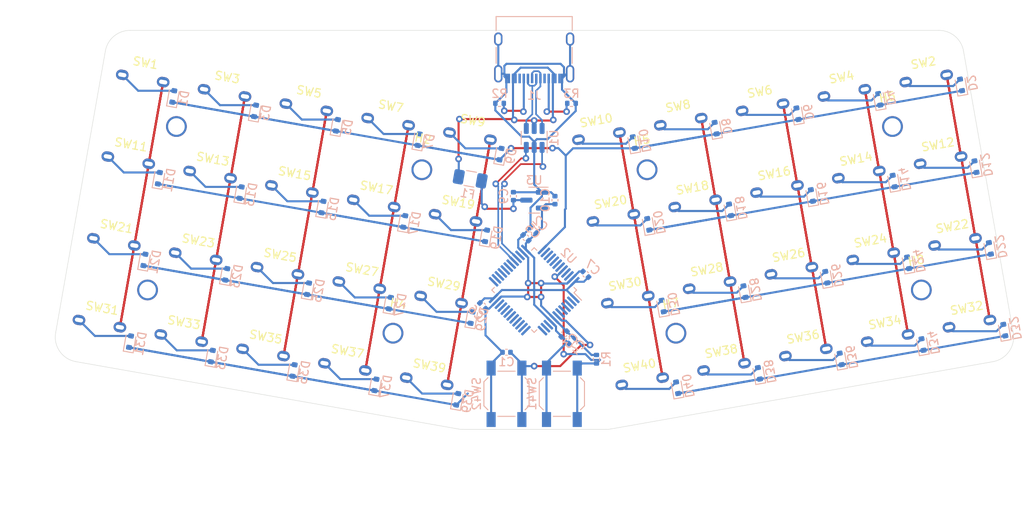
<source format=kicad_pcb>
(kicad_pcb (version 20221018) (generator pcbnew)
  (layers (0 "F.Cu" signal) (31 "B.Cu" signal) (34 "B.Paste" user) (35 "F.Paste" user) (36 "B.SilkS" user "B.Silkscreen") (37 "F.SilkS" user "F.Silkscreen") (38 "B.Mask" user) (39 "F.Mask" user) (44 "Edge.Cuts" user))
  (net 0 "")
  (net 1 "GND")
  (net 2 "Net-(D1-A)")
  (net 3 "Net-(D2-A)")
  (net 4 "Net-(D3-A)")
  (net 5 "Net-(D4-A)")
  (net 6 "Net-(D5-A)")
  (net 7 "Net-(D6-A)")
  (net 8 "Net-(D7-A)")
  (net 9 "Net-(D8-A)")
  (net 10 "Net-(D9-A)")
  (net 11 "Net-(D10-A)")
  (net 12 "NRST")
  (net 13 "Net-(D11-A)")
  (net 14 "Net-(D12-A)")
  (net 15 "Net-(D13-A)")
  (net 16 "Net-(D14-A)")
  (net 17 "Net-(D15-A)")
  (net 18 "Net-(D16-A)")
  (net 19 "Net-(D17-A)")
  (net 20 "Net-(D18-A)")
  (net 21 "Net-(D19-A)")
  (net 22 "Net-(D20-A)")
  (net 23 "+3V3")
  (net 24 "Net-(D21-A)")
  (net 25 "Net-(D22-A)")
  (net 26 "Net-(D23-A)")
  (net 27 "Net-(D24-A)")
  (net 28 "Net-(D25-A)")
  (net 29 "Net-(D26-A)")
  (net 30 "Net-(D27-A)")
  (net 31 "Net-(D28-A)")
  (net 32 "Net-(D29-A)")
  (net 33 "Net-(D30-A)")
  (net 34 "+5V")
  (net 35 "Net-(D31-A)")
  (net 36 "Net-(D32-A)")
  (net 37 "Net-(D33-A)")
  (net 38 "Net-(D34-A)")
  (net 39 "Net-(D35-A)")
  (net 40 "Net-(D36-A)")
  (net 41 "Net-(D37-A)")
  (net 42 "Net-(D38-A)")
  (net 43 "Net-(D39-A)")
  (net 44 "Net-(D40-A)")
  (net 45 "ROW1")
  (net 46 "ROW2")
  (net 47 "ROW3")
  (net 48 "ROW4")
  (net 49 "VBUS")
  (net 50 "Net-(J1-CC1)")
  (net 51 "D_USB_+")
  (net 52 "D_USB_-")
  (net 54 "Net-(J1-CC2)")
  (net 56 "BOOT0")
  (net 57 "COL1")
  (net 58 "COL2")
  (net 59 "COL3")
  (net 60 "COL4")
  (net 61 "COL5")
  (net 62 "COL6")
  (net 63 "COL7")
  (net 64 "COL8")
  (net 65 "COL9")
  (net 66 "COL10")
  (net 67 "D_P")
  (net 68 "D_N")
  (net 81 "COL0")
  (net 82 "SWDCLK")
  (net 83 "SWDIO")
  (net 84 "ROW0")
  (net 85 "LED_SLCK")
  (footprint "userlib:Button_Mute_Kailh" (layer "F.Cu") (at 139.688366 42.002191 10)
    (fp_text reference "SW2")
    (fp_text value "SW_Push")
  )
  (footprint "userlib:Button_Mute_Kailh" (layer "F.Cu") (at 144.897812 71.546422 10)
    (fp_text reference "SW32")
    (fp_text value "SW_Push")
  )
  (footprint "userlib:Button_Mute_Kailh" (layer "F.Cu") (at 100.296053 48.948118 10)
    (fp_text reference "SW10")
    (fp_text value "SW_Push")
  )
  (footprint "userlib:Button_Mute_Kailh" (layer "F.Cu") (at 102.032537 58.796194 10)
    (fp_text reference "SW20")
    (fp_text value "SW_Push")
  )
  (footprint "userlib:Button_Mute_Kailh" (layer "F.Cu") (at 110.144133 47.211634 10)
    (fp_text reference "SW8")
    (fp_text value "SW_Push")
  )
  (footprint "userlib:m1.6_hole" (layer "F.Cu") (at 44.822848 93.433977 -10)
    (fp_text reference "H3" hide)
    (fp_text value "MountingHole" hide)
  )
  (footprint "userlib:m1.6_hole" (layer "F.Cu") (at 135.632566 47.794469 10)
    (fp_text reference "H6")
    (fp_text value "MountingHole")
  )
  (footprint "userlib:m1.6_hole" (layer "F.Cu") (at 78.474602 52.793494 -10)
    (fp_text reference "H2")
    (fp_text value "MountingHole")
  )
  (footprint "userlib:Button_Mute_Kailh" (layer "F.Cu") (at 83.032534 58.796194 -10)
    (fp_text reference "SW19")
    (fp_text value "SW_Push")
  )
  (footprint "userlib:Button_Mute_Kailh" (layer "F.Cu") (at 115.353579 76.755867 10)
    (fp_text reference "SW38")
    (fp_text value "SW_Push")
  )
  (footprint "userlib:Button_Mute_Kailh" (layer "F.Cu") (at 63.336382 55.323231 -10)
    (fp_text reference "SW15")
    (fp_text value "SW_Push")
  )
  (footprint "userlib:Button_Mute_Kailh" (layer "F.Cu") (at 41.903744 61.698344 -10)
    (fp_text reference "SW21")
    (fp_text value "SW_Push")
  )
  (footprint "userlib:Button_Mute_Kailh" (layer "F.Cu") (at 45.376709 42.00219 -10)
    (fp_text reference "SW1")
    (fp_text value "SW_Push")
  )
  (footprint "userlib:m1.6_hole" (layer "F.Cu") (at 28.446368 43.972166 -10)
    (fp_text reference "H1" hide)
    (fp_text value "MountingHole" hide)
  )
  (footprint "userlib:Button_Mute_Kailh" (layer "F.Cu") (at 125.201655 75.019385 10)
    (fp_text reference "SW36")
    (fp_text value "SW_Push")
  )
  (footprint "userlib:Button_Mute_Kailh" (layer "F.Cu") (at 81.296054 68.644271 -10)
    (fp_text reference "SW29")
    (fp_text value "SW_Push")
  )
  (footprint "userlib:Button_Mute_Kailh" (layer "F.Cu") (at 61.599898 65.171309 -10)
    (fp_text reference "SW25")
    (fp_text value "SW_Push")
  )
  (footprint "userlib:Button_Mute_Kailh" (layer "F.Cu") (at 40.167262 71.546423 -10)
    (fp_text reference "SW31")
    (fp_text value "SW_Push")
  )
  (footprint "userlib:Button_Mute_Kailh" (layer "F.Cu") (at 43.640226 51.850268 -10)
    (fp_text reference "SW11")
    (fp_text value "SW_Push")
  )
  (footprint "userlib:Button_Mute_Kailh" (layer "F.Cu") (at 53.488303 53.586749 -10)
    (fp_text reference "SW13")
    (fp_text value "SW_Push")
  )
  (footprint "userlib:Button_Mute_Kailh" (layer "F.Cu") (at 129.840286 43.738671 10)
    (fp_text reference "SW4")
    (fp_text value "SW_Push")
  )
  (footprint "userlib:Button_Mute_Kailh" (layer "F.Cu") (at 135.04973 73.282905 10)
    (fp_text reference "SW34")
    (fp_text value "SW_Push")
  )
  (footprint "userlib:Button_Mute_Kailh" (layer "F.Cu") (at 73.184458 57.059713 -10)
    (fp_text reference "SW17")
    (fp_text value "SW_Push")
  )
  (footprint "userlib:Button_Mute_Kailh" (layer "F.Cu") (at 111.880613 57.059712 10)
    (fp_text reference "SW18")
    (fp_text value "SW_Push")
  )
  (footprint "userlib:Button_Mute_Kailh" (layer "F.Cu") (at 50.015341 73.282905 -10)
    (fp_text reference "SW33")
    (fp_text value "SW_Push")
  )
  (footprint "userlib:Button_Mute_Kailh" (layer "F.Cu") (at 105.505499 78.49235 10)
    (fp_text reference "SW40")
    (fp_text value "SW_Push")
  )
  (footprint "userlib:Button_Mute_Kailh" (layer "F.Cu") (at 103.769018 68.64427 10)
    (fp_text reference "SW30")
    (fp_text value "SW_Push")
  )
  (footprint "userlib:Button_Mute_Kailh" (layer "F.Cu") (at 74.920939 47.211636 -10)
    (fp_text reference "SW7")
    (fp_text value "SW_Push")
  )
  (footprint "userlib:Button_Mute_Kailh" (layer "F.Cu") (at 131.57677 53.586749 10)
    (fp_text reference "SW14")
    (fp_text value "SW_Push")
  )
  (footprint "userlib:Button_Mute_Kailh" (layer "F.Cu") (at 141.424845 51.850268 10)
    (fp_text reference "SW12")
    (fp_text value "SW_Push")
  )
  (footprint "userlib:Button_Mute_Kailh" (layer "F.Cu") (at 65.072864 45.475155 -10)
    (fp_text reference "SW5")
    (fp_text value "SW_Push")
  )
  (footprint "userlib:Button_Mute_Kailh" (layer "F.Cu") (at 55.224784 43.738672 -10)
    (fp_text reference "SW3")
    (fp_text value "SW_Push")
  )
  (footprint "userlib:Button_Mute_Kailh" (layer "F.Cu") (at 133.31325 63.434827 10)
    (fp_text reference "SW24")
    (fp_text value "SW_Push")
  )
  (footprint "userlib:Button_Mute_Kailh" (layer "F.Cu") (at 121.72869 55.32323 10)
    (fp_text reference "SW16")
    (fp_text value "SW_Push")
  )
  (footprint "userlib:Button_Mute_Kailh" (layer "F.Cu") (at 113.617096 66.907791 10)
    (fp_text reference "SW28")
    (fp_text value "SW_Push")
  )
  (footprint "userlib:m1.6_hole" (layer "F.Cu") (at 75.503775 72.700071 -10)
    (fp_text reference "H4")
    (fp_text value "MountingHole")
  )
  (footprint "userlib:Button_Mute_Kailh" (layer "F.Cu") (at 69.711495 76.755869 -10)
    (fp_text reference "SW37")
    (fp_text value "SW_Push")
  )
  (footprint "userlib:Button_Mute_Kailh" (layer "F.Cu") (at 84.76902 48.948117 -10)
    (fp_text reference "SW9")
    (fp_text value "SW_Push")
  )
  (footprint "userlib:m1.6_hole" (layer "F.Cu") (at 109.561296 72.700071 10)
    (fp_text reference "H7")
    (fp_text value "MountingHole")
  )
  (footprint "userlib:Button_Mute_Kailh" (layer "F.Cu") (at 79.559572 78.49235 -10)
    (fp_text reference "SW39")
    (fp_text value "SW_Push")
  )
  (footprint "userlib:Button_Mute_Kailh" (layer "F.Cu") (at 123.465174 65.171309 10)
    (fp_text reference "SW26")
    (fp_text value "SW_Push")
  )
  (footprint "userlib:Button_Mute_Kailh" (layer "F.Cu") (at 143.161329 61.698345 10)
    (fp_text reference "SW22")
    (fp_text value "SW_Push")
  )
  (footprint "userlib:m1.6_hole" (layer "F.Cu") (at 139.105529 67.490625 10)
    (fp_text reference "H8")
    (fp_text value "MountingHole")
  )
  (footprint "userlib:Button_Mute_Kailh" (layer "F.Cu") (at 51.751824 63.434825 -10)
    (fp_text reference "SW23")
    (fp_text value "SW_Push")
  )
  (footprint "userlib:m1.6_hole" (layer "F.Cu") (at 106.088332 53.003915 10)
    (fp_text reference "H5")
    (fp_text value "MountingHole")
  )
  (footprint "userlib:Button_Mute_Kailh" (layer "F.Cu") (at 71.447979 66.907791 -10)
    (fp_text reference "SW27")
    (fp_text value "SW_Push")
  )
  (footprint "userlib:Button_Mute_Kailh" (layer "F.Cu") (at 59.863418 75.019386 -10)
    (fp_text reference "SW35")
    (fp_text value "SW_Push")
  )
  (footprint "userlib:Button_Mute_Kailh" (layer "F.Cu") (at 119.992207 45.475153 10)
    (fp_text reference "SW6")
    (fp_text value "SW_Push")
  )
  (footprint "Diode_SMD:D_SOD-523" (layer "B.Cu") (at 129.40136 75.802005 100)
    (fp_text reference "D36")
    (fp_text value "D_Small")
  )
  (footprint "Diode_SMD:D_SOD-523" (layer "B.Cu") (at 104.495754 49.730735 100)
    (fp_text reference "D10")
    (fp_text value "D_Small")
  )
  (footprint "Diode_SMD:D_SOD-523" (layer "B.Cu") (at 53.694098 75.454709 80)
    (fp_text reference "D33")
    (fp_text value "D_Small")
  )
  (footprint "Button_Switch_SMD:SW_SPST_SKQG_WithoutStem" (layer "B.Cu") (at 95.833295 79.999968 -90)
    (fp_text reference "SW41")
    (fp_text value "RST")
  )
  (footprint "Diode_SMD:D_SOD-523" (layer "B.Cu") (at 55.43058 65.606631 80)
    (fp_text reference "D23")
    (fp_text value "D_Small")
  )
  (footprint "Diode_SMD:D_SOD-523" (layer "B.Cu") (at 76.863215 59.231517 80)
    (fp_text reference "D17")
    (fp_text value "D_Small")
  )
  (footprint "Capacitor_SMD:C_0402_1005Metric" (layer "B.Cu") (at 94.999962 56.666644 -90)
    (fp_text reference "C10")
    (fp_text value "1uF")
  )
  (footprint "Diode_SMD:D_SOD-523" (layer "B.Cu") (at 68.751621 47.646957 80)
    (fp_text reference "D5")
    (fp_text value "D_Small")
  )
  (footprint "Package_TO_SOT_SMD:SOT-23-6" (layer "B.Cu") (at 92.499963 49.166647 90)
    (fp_text reference "U1")
    (fp_text value "USBLC6-2SC6")
  )
  (footprint "Diode_SMD:D_SOD-523" (layer "B.Cu") (at 73.390252 78.92767 80)
    (fp_text reference "D37")
    (fp_text value "D_Small")
  )
  (footprint "Capacitor_SMD:C_0402_1005Metric" (layer "B.Cu") (at 98.7 65.6 135)
    (fp_text reference "C7")
    (fp_text value "100nF")
  )
  (footprint "Diode_SMD:D_SOD-523" (layer "B.Cu") (at 49.055466 44.173993 80)
    (fp_text reference "D1")
    (fp_text value "D_Small")
  )
  (footprint "Diode_SMD:D_SOD-523" (layer "B.Cu") (at 134.03999 44.521289 100)
    (fp_text reference "D4")
    (fp_text value "D_Small")
  )
  (footprint "Diode_SMD:D_SOD-523" (layer "B.Cu") (at 116.080319 57.84233 100)
    (fp_text reference "D18")
    (fp_text value "D_Small")
  )
  (footprint "Resistor_SMD:R_0402_1005Metric" (layer "B.Cu") (at 99.99996 75.833303 90)
    (fp_text reference "R1")
    (fp_text value "10k")
  )
  (footprint "Diode_SMD:D_SOD-523" (layer "B.Cu") (at 145.624549 52.632885 100)
    (fp_text reference "D12")
    (fp_text value "D_Small")
  )
  (footprint "Diode_SMD:D_SOD-523" (layer "B.Cu") (at 78.599699 49.383439 80)
    (fp_text reference "D7")
    (fp_text value "D_Small")
  )
  (footprint "Diode_SMD:D_SOD-523" (layer "B.Cu") (at 147.361031 62.480962 100)
    (fp_text reference "D22")
    (fp_text value "D_Small")
  )
  (footprint "Capacitor_SMD:C_0402_1005Metric" (layer "B.Cu") (at 89.166631 74.99997)
    (fp_text reference "C1")
    (fp_text value "100nF")
  )
  (footprint "Capacitor_SMD:C_0402_1005Metric" (layer "B.Cu") (at 92.4 60.3 135)
    (fp_text reference "C2")
    (fp_text value "4.7uF")
  )
  (footprint "Diode_SMD:D_SOD-523" (layer "B.Cu") (at 124.191914 46.257772 100)
    (fp_text reference "D6")
    (fp_text value "D_Small")
  )
  (footprint "Button_Switch_SMD:SW_SPST_SKQG_WithoutStem" (layer "B.Cu") (at 89.166631 79.999968 -90)
    (fp_text reference "SW42")
    (fp_text value "RST")
  )
  (footprint "Diode_SMD:D_SOD-523" (layer "B.Cu") (at 143.888068 42.78481 100)
    (fp_text reference "D2")
    (fp_text value "D_Small")
  )
  (footprint "Diode_SMD:D_SOD-523" (layer "B.Cu") (at 135.776472 54.369366 100)
    (fp_text reference "D14")
    (fp_text value "D_Small")
  )
  (footprint "Diode_SMD:D_SOD-523" (layer "B.Cu") (at 47.318986 54.022073 80)
    (fp_text reference "D11")
    (fp_text value "D_Small")
  )
  (footprint "Diode_SMD:D_SOD-523" (layer "B.Cu") (at 86.711296 60.967999 80)
    (fp_text reference "D19")
    (fp_text value "D_Small")
  )
  (footprint "Diode_SMD:D_SOD-523" (layer "B.Cu") (at 83.238329 80.664154 80)
    (fp_text reference "D39")
    (fp_text value "D_Small")
  )
  (footprint "Diode_SMD:D_SOD-523" (layer "B.Cu") (at 57.167061 55.758553 80)
    (fp_text reference "D13")
    (fp_text value "D_Small")
  )
  (footprint "Capacitor_SMD:C_0402_1005Metric" (layer "B.Cu") (at 96.1 72.8 45)
    (fp_text reference "C3")
    (fp_text value "1uF")
  )
  (footprint "Diode_SMD:D_SOD-523" (layer "B.Cu") (at 43.84602 73.718226 80)
    (fp_text reference "D31")
    (fp_text value "D_Small")
  )
  (footprint "Diode_SMD:D_SOD-523" (layer "B.Cu") (at 109.705203 79.274967 100)
    (fp_text reference "D40")
    (fp_text value "D_Small")
  )
  (footprint "Diode_SMD:D_SOD-523" (layer "B.Cu") (at 125.928393 56.105847 100)
    (fp_text reference "D16")
    (fp_text value "D_Small")
  )
  (footprint "Diode_SMD:D_SOD-523" (layer "B.Cu") (at 67.015139 57.495034 80)
    (fp_text reference "D15")
    (fp_text value "D_Small")
  )
  (footprint "Connector_USB:USB_C_Receptacle_XKB_U262-16XN-4BVC11" (layer "B.Cu") (at 92.499963 38.333318)
    (fp_text reference "J1")
    (fp_text value "USB_C_Receptacle_USB2.0")
  )
  (footprint "Diode_SMD:D_SOD-523" (layer "B.Cu") (at 84.974812 70.816075 80)
    (fp_text reference "D29")
    (fp_text value "D_Small")
  )
  (footprint "Diode_SMD:D_SOD-523" (layer "B.Cu") (at 114.343834 47.994254 100)
    (fp_text reference "D8")
    (fp_text value "D_Small")
  )
  (footprint "Diode_SMD:D_SOD-523" (layer "B.Cu") (at 119.553278 77.538485 100)
    (fp_text reference "D38")
    (fp_text value "D_Small")
  )
  (footprint "Diode_SMD:D_SOD-523" (layer "B.Cu") (at 127.664877 65.953926 100)
    (fp_text reference "D26")
    (fp_text value "D_Small")
  )
  (footprint "Diode_SMD:D_SOD-523" (layer "B.Cu") (at 75.126733 69.079594 80)
    (fp_text reference "D27")
    (fp_text value "D_Small")
  )
  (footprint "Diode_SMD:D_SOD-523" (layer "B.Cu") (at 137.512956 64.217445 100)
    (fp_text reference "D24")
    (fp_text value "D_Small")
  )
  (footprint "Resistor_SMD:R_0402_1005Metric" (layer "B.Cu") (at 88.333298 44.999982 180)
    (fp_text reference "R2")
    (fp_text value "5.1k")
  )
  (footprint "Diode_SMD:D_SOD-523" (layer "B.Cu") (at 88.447774 51.119921 80)
    (fp_text reference "D9")
    (fp_text value "D_Small")
  )
  (footprint "Diode_SMD:D_SOD-523" (layer "B.Cu") (at 107.968721 69.42689 100)
    (fp_text reference "D30")
    (fp_text value "D_Small")
  )
  (footprint "Package_QFP:LQFP-48_7x7mm_P0.5mm" (layer "B.Cu") (at 92.499963 67.499973 135)
    (fp_text reference "U2")
    (fp_text value "STM32F072C8Tx")
  )
  (footprint "Diode_SMD:D_SOD-523" (layer "B.Cu") (at 65.278658 67.343114 80)
    (fp_text reference "D25")
    (fp_text value "D_Small")
  )
  (footprint "Package_TO_SOT_SMD:SOT-23" (layer "B.Cu") (at 92.499963 56.666644 180)
    (fp_text reference "U3")
    (fp_text value "XC6206PxxxMR-Regulator_Linear")
  )
  (footprint "Resistor_SMD:R_0402_1005Metric" (layer "B.Cu") (at 96.989961 44.999982 180)
    (fp_text reference "R3")
    (fp_text value "5.1k")
  )
  (footprint "Fuse:Fuse_1206_3216Metric" (layer "B.Cu") (at 84.8 54.1 -10)
    (fp_text reference "F1")
    (fp_text value "500mA")
  )
  (footprint "Capacitor_SMD:C_0402_1005Metric" (layer "B.Cu") (at 91.5 61.2 135)
    (fp_text reference "C5")
    (fp_text value "100nF")
  )
  (footprint "Capacitor_SMD:C_0402_1005Metric" (layer "B.Cu") (at 86.3 69.4 -45)
    (fp_text reference "C6")
    (fp_text value "100nF")
  )
  (footprint "Diode_SMD:D_SOD-523" (layer "B.Cu") (at 139.249435 74.065523 100)
    (fp_text reference "D34")
    (fp_text value "D_Small")
  )
  (footprint "Diode_SMD:D_SOD-523" (layer "B.Cu") (at 149.097512 72.329041 100)
    (fp_text reference "D32")
    (fp_text value "D_Small")
  )
  (footprint "Diode_SMD:D_SOD-523" (layer "B.Cu") (at 45.582502 63.870149 80)
    (fp_text reference "D21")
    (fp_text value "D_Small")
  )
  (footprint "Diode_SMD:D_SOD-523" (layer "B.Cu") (at 117.816798 67.690408 100)
    (fp_text reference "D28")
    (fp_text value "D_Small")
  )
  (footprint "Diode_SMD:D_SOD-523" (layer "B.Cu") (at 63.542174 77.191189 80)
    (fp_text reference "D35")
    (fp_text value "D_Small")
  )
  (footprint "Diode_SMD:D_SOD-523" (layer "B.Cu") (at 106.232239 59.578812 100)
    (fp_text reference "D20")
    (fp_text value "D_Small")
  )
  (footprint "Capacitor_SMD:C_0402_1005Metric" (layer "B.Cu") (at 89.999964 56.186644 -90)
    (fp_text reference "C9")
    (fp_text value "1uF")
  )
  (footprint "Diode_SMD:D_SOD-523" (layer "B.Cu") (at 58.903543 45.910477 80)
    (fp_text reference "D3")
    (fp_text value "D_Small")
  )
  (footprint "Capacitor_SMD:C_0402_1005Metric" (layer "B.Cu") (at 97 73.6 45)
    (fp_text reference "C4")
    (fp_text value "100nF")
  )
  (gr_arc (start 40.88284 38.691245) (mid 41.9089 36.914057) (end 43.837262 36.212188) (stroke (width 0.05)) (layer "Edge.Cuts"))
  (gr_line (start 34.89498 72.650078) (end 40.88284 38.691245) (stroke (width 0.05)) (layer "Edge.Cuts"))
  (gr_line (start 83.355946 84.241331) (end 37.328463 76.125446) (stroke (width 0.05)) (layer "Edge.Cuts"))
  (gr_line (start 147.734722 76.125445) (end 101.707237 84.241332) (stroke (width 0.05)) (layer "Edge.Cuts"))
  (gr_line (start 43.837262 36.212188) (end 141.225917 36.212191) (stroke (width 0.05)) (layer "Edge.Cuts"))
  (gr_arc (start 37.328463 76.125446) (mid 35.391948 74.891753) (end 34.89498 72.650078) (stroke (width 0.05)) (layer "Edge.Cuts"))
  (gr_line (start 101.186289 84.286908) (end 83.876889 84.286909) (stroke (width 0.05)) (layer "Edge.Cuts"))
  (gr_arc (start 150.1682 72.650077) (mid 149.671223 74.891729) (end 147.734722 76.125445) (stroke (width 0.05)) (layer "Edge.Cuts"))
  (gr_line (start 144.180341 38.691245) (end 150.1682 72.650077) (stroke (width 0.05)) (layer "Edge.Cuts"))
  (gr_arc (start 101.707237 84.241332) (mid 101.447758 84.275491) (end 101.186289 84.286908) (stroke (width 0.05)) (layer "Edge.Cuts"))
  (gr_arc (start 141.225917 36.212191) (mid 143.154283 36.914056) (end 144.180341 38.691245) (stroke (width 0.05)) (layer "Edge.Cuts"))
  (gr_arc (start 83.876889 84.286909) (mid 83.615423 84.275491) (end 83.355946 84.241331) (stroke (width 0.05)) (layer "Edge.Cuts"))
  (segment (start 91.775463 68.224473) (end 91.66663 68.333306) (width 0.25) (layer "F.Cu") (net 1))
  (segment (start 91.66663 68.333306) (end 93.333296 68.333306) (width 0.25) (layer "F.Cu") (net 1))
  (segment (start 91.775463 66.66664) (end 93.333296 66.66664) (width 0.25) (layer "F.Cu") (net 1))
  (segment (start 91.775463 66.66664) (end 91.775463 68.224473) (width 0.25) (layer "F.Cu") (net 1))
  (segment (start 93.333296 66.66664) (end 93.333296 68.333306) (width 0.25) (layer "F.Cu") (net 1))
  (via (at 93.333296 66.66664) (size 0.8) (drill 0.4) (layers "F.Cu" "B.Cu") (net 1))
  (via (at 91.66663 68.333306) (size 0.8) (drill 0.4) (layers "F.Cu" "B.Cu") (net 1))
  (via (at 93.333296 68.333306) (size 0.8) (drill 0.4) (layers "F.Cu" "B.Cu") (net 1))
  (via (at 91.775463 66.66664) (size 0.8) (drill 0.4) (layers "F.Cu" "B.Cu") (net 1))
  (segment (start 89.149963 43.673317) (end 87.823298 44.999982) (width 0.25) (layer "B.Cu") (net 1))
  (segment (start 92.499963 50.304147) (end 92.499963 54.779144) (width 0.25) (layer "B.Cu") (net 1))
  (segment (start 93.333296 66.66664) (end 93.382225 66.715569) (width 0.25) (layer "B.Cu") (net 1))
  (segment (start 89.161682 40.238318) (end 95.679912 40.238318) (width 0.25) (layer "B.Cu") (net 1))
  (segment (start 86.639411 69.739411) (end 86.639411 72.95275) (width 0.25) (layer "B.Cu") (net 1))
  (segment (start 91.147621 62.965651) (end 90.579684 62.397714) (width 0.25) (layer "B.Cu") (net 1))
  (segment (start 97.339411 73.260589) (end 97.199919 73.260589) (width 0.25) (layer "B.Cu") (net 1))
  (segment (start 92.060589 59.960589) (end 92.060589 57.57777) (width 0.25) (layer "B.Cu") (net 1))
  (segment (start 91.147621 62.965651) (end 91.775463 63.593493) (width 0.25) (layer "B.Cu") (net 1))
  (segment (start 88.909963 40.490037) (end 89.161682 40.238318) (width 0.25) (layer "B.Cu") (net 1))
  (segment (start 95.849963 42.003318) (end 95.849963 43.349984) (width 0.25) (layer "B.Cu") (net 1))
  (segment (start 92.499963 50.304147) (end 92.499963 49.619895) (width 0.25) (layer "B.Cu") (net 1))
  (segment (start 93.333296 69.393966) (end 94.912965 70.973635) (width 0.25) (layer "B.Cu") (net 1))
  (segment (start 92.499963 54.779144) (end 93.437463 55.716644) (width 0.25) (layer "B.Cu") (net 1))
  (segment (start 97.921327 65.260589) (end 98.360589 65.260589) (width 0.25) (layer "B.Cu") (net 1))
  (segment (start 97.499961 44.999982) (end 97.499961 45.925344) (width 0.25) (layer "B.Cu") (net 1))
  (segment (start 88.884963 41.438318) (end 89.449963 42.003318) (width 0.25) (layer "B.Cu") (net 1))
  (segment (start 91.896715 49.016647) (end 90.991342 49.016647) (width 0.25) (layer "B.Cu") (net 1))
  (segment (start 88.179963 37.258318) (end 88.179963 41.438318) (width 0.25) (layer "B.Cu") (net 1))
  (segment (start 89.149963 42.003318) (end 89.149963 43.673317) (width 0.25) (layer "B.Cu") (net 1))
  (segment (start 86.639411 72.95275) (end 88.686631 74.99997) (width 0.25) (layer "B.Cu") (net 1))
  (segment (start 88.909963 41.763318) (end 88.909963 40.490037) (width 0.25) (layer "B.Cu") (net 1))
  (segment (start 91.617701 68.284377) (end 88.533579 68.284377) (width 0.25) (layer "B.Cu") (net 1))
  (segment (start 88.533579 68.284377) (end 87.965641 68.852315) (width 0.25) (layer "B.Cu") (net 1))
  (segment (start 91.66663 68.333306) (end 91.617701 68.284377) (width 0.25) (layer "B.Cu") (net 1))
  (segment (start 89.149963 42.003318) (end 88.909963 41.763318) (width 0.25) (layer "B.Cu") (net 1))
  (segment (start 94.108658 49.316647) (end 92.824963 49.316647) (width 0.25) (layer "B.Cu") (net 1))
  (segment (start 91.775463 63.593493) (end 91.775463 66.66664) (width 0.25) (layer "B.Cu") (net 1))
  (segment (start 93.437463 56.200896) (end 93.437463 55.716644) (width 0.25) (layer "B.Cu") (net 1))
  (segment (start 90.579684 61.441494) (end 91.160589 60.860589) (width 0.25) (layer "B.Cu") (net 1))
  (segment (start 92.060589 57.57777) (end 93.437463 56.200896) (width 0.25) (layer "B.Cu") (net 1))
  (segment (start 96.089963 41.763318) (end 95.849963 42.003318) (width 0.25) (layer "B.Cu") (net 1))
  (segment (start 99.99996 75.323303) (end 99.402125 75.323303) (width 0.25) (layer "B.Cu") (net 1))
  (segment (start 87.823298 45.848603) (end 87.823298 44.999982) (width 0.25) (layer "B.Cu") (net 1))
  (segment (start 91.160589 60.860589) (end 92.060589 59.960589) (width 0.25) (layer "B.Cu") (net 1))
  (segment (start 96.414963 41.438318) (end 95.849963 42.003318) (width 0.25) (layer "B.Cu") (net 1))
  (segment (start 92.824963 49.316647) (end 92.499963 49.641647) (width 0.25) (layer "B.Cu") (net 1))
  (segment (start 87.078545 69.739411) (end 87.965641 68.852315) (width 0.25) (layer "B.Cu") (net 1))
  (segment (start 93.437463 55.716644) (end 94.529962 55.716644) (width 0.25) (layer "B.Cu") (net 1))
  (segment (start 96.819963 41.438318) (end 96.414963 41.438318) (width 0.25) (layer "B.Cu") (net 1))
  (segment (start 90.991342 49.016647) (end 87.823298 45.848603) (width 0.25) (layer "B.Cu") (net 1))
  (segment (start 88.686631 74.99997) (end 87.316631 76.36997) (width 0.25) (layer "B.Cu") (net 1))
  (segment (start 87.316631 76.899968) (end 87.316631 83.099968) (width 0.25) (layer "B.Cu") (net 1))
  (segment (start 99.402125 75.323303) (end 97.339411 73.260589) (width 0.25) (layer "B.Cu") (net 1))
  (segment (start 92.499963 49.619895) (end 91.896715 49.016647) (width 0.25) (layer "B.Cu") (net 1))
  (segment (start 90.579684 62.397714) (end 90.579684 61.441494) (width 0.25) (layer "B.Cu") (net 1))
  (segment (start 86.639411 69.739411) (end 87.078545 69.739411) (width 0.25) (layer "B.Cu") (net 1))
  (segment (start 95.679912 40.238318) (end 96.089963 40.648369) (width 0.25) (layer "B.Cu") (net 1))
  (segment (start 97.199919 73.260589) (end 94.912965 70.973635) (width 0.25) (layer "B.Cu") (net 1))
  (segment (start 88.179963 41.438318) (end 88.884963 41.438318) (width 0.25) (layer "B.Cu") (net 1))
  (segment (start 90.009964 55.716644) (end 89.999964 55.706644) (width 0.25) (layer "B.Cu") (net 1))
  (segment (start 92.499963 49.641647) (end 92.499963 50.304147) (width 0.25) (layer "B.Cu") (net 1))
  (segment (start 96.089963 40.648369) (end 96.089963 41.763318) (width 0.25) (layer "B.Cu") (net 1))
  (segment (start 96.819963 37.258318) (end 96.819963 41.438318) (width 0.25) (layer "B.Cu") (net 1))
  (segment (start 93.437463 55.716644) (end 90.009964 55.716644) (width 0.25) (layer "B.Cu") (net 1))
  (segment (start 97.034285 66.147631) (end 97.921327 65.260589) (width 0.25) (layer "B.Cu") (net 1))
  (segment (start 97.499961 45.925344) (end 94.108658 49.316647) (width 0.25) (layer "B.Cu") (net 1))
  (segment (start 94.529962 55.716644) (end 94.999962 56.186644) (width 0.25) (layer "B.Cu") (net 1))
  (segment (start 87.316631 76.36997) (end 87.316631 76.899968) (width 0.25) (layer "B.Cu") (net 1))
  (segment (start 95.849963 43.349984) (end 97.499961 44.999982) (width 0.25) (layer "B.Cu") (net 1))
  (segment (start 93.382225 66.715569) (end 96.466347 66.715569) (width 0.25) (layer "B.Cu") (net 1))
  (segment (start 96.466347 66.715569) (end 97.034285 66.147631) (width 0.25) (layer "B.Cu") (net 1))
  (segment (start 93.333296 68.333306) (end 93.333296 69.393966) (width 0.25) (layer "B.Cu") (net 1))
  (segment (start 49.177021 43.484631) (end 44.831249 43.48463) (width 0.25) (layer "B.Cu") (net 2))
  (segment (start 44.831249 43.48463) (end 42.914688 41.56807) (width 0.25) (layer "B.Cu") (net 2))
  (segment (start 142.944156 42.917801) (end 143.766515 42.095444) (width 0.25) (layer "B.Cu") (net 3))
  (segment (start 137.707838 42.917802) (end 142.944156 42.917801) (width 0.25) (layer "B.Cu") (net 3))
  (segment (start 137.226347 42.43631) (end 137.707838 42.917802) (width 0.25) (layer "B.Cu") (net 3))
  (segment (start 54.679327 45.22111) (end 52.762768 43.304551) (width 0.25) (layer "B.Cu") (net 4))
  (segment (start 59.025098 45.221112) (end 54.679327 45.22111) (width 0.25) (layer "B.Cu") (net 4))
  (segment (start 133.096079 44.654283) (end 133.918433 43.831925) (width 0.25) (layer "B.Cu") (net 5))
  (segment (start 127.859757 44.654282) (end 133.096079 44.654283) (width 0.25) (layer "B.Cu") (net 5))
  (segment (start 127.378267 44.172792) (end 127.859757 44.654282) (width 0.25) (layer "B.Cu") (net 5))
  (segment (start 64.527401 46.957593) (end 62.610843 45.041033) (width 0.25) (layer "B.Cu") (net 6))
  (segment (start 68.873172 46.957593) (end 64.527401 46.957593) (width 0.25) (layer "B.Cu") (net 6))
  (segment (start 118.011681 46.390764) (end 123.248001 46.390764) (width 0.25) (layer "B.Cu") (net 7))
  (segment (start 117.53019 45.909273) (end 118.011681 46.390764) (width 0.25) (layer "B.Cu") (net 7))
  (segment (start 123.248001 46.390764) (end 124.07036 45.568405) (width 0.25) (layer "B.Cu") (net 7))
  (segment (start 72.458923 46.777515) (end 74.37548 48.694074) (width 0.25) (layer "B.Cu") (net 8))
  (segment (start 74.37548 48.694074) (end 78.721253 48.694073) (width 0.25) (layer "B.Cu") (net 8))
  (segment (start 108.163604 48.127246) (end 113.399922 48.127246) (width 0.25) (layer "B.Cu") (net 9))
  (segment (start 113.399922 48.127246) (end 114.222282 47.304889) (width 0.25) (layer "B.Cu") (net 9))
  (segment (start 107.682112 47.645755) (end 108.163604 48.127246) (width 0.25) (layer "B.Cu") (net 9))
  (segment (start 84.223558 50.430557) (end 88.569329 50.430556) (width 0.25) (layer "B.Cu") (net 10))
  (segment (start 82.306998 48.513998) (end 84.223558 50.430557) (width 0.25) (layer "B.Cu") (net 10))
  (segment (start 97.834034 49.382239) (end 98.315526 49.863729) (width 0.25) (layer "B.Cu") (net 11))
  (segment (start 98.315526 49.863729) (end 103.551845 49.863729) (width 0.25) (layer "B.Cu") (net 11))
  (segment (start 103.551845 49.863729) (end 104.374203 49.041371) (width 0.25) (layer "B.Cu") (net 11))
  (segment (start 99.218342 74.114922) (end 98.179998 74.114922) (width 0.25) (layer "F.Cu") (net 12))
  (segment (start 95.628284 76.666636) (end 92.499963 76.666636) (width 0.25) (layer "F.Cu") (net 12))
  (segment (start 98.179998 74.114922) (end 95.628284 76.666636) (width 0.25) (layer "F.Cu") (net 12))
  (via (at 99.218342 74.114922) (size 0.8) (drill 0.4) (layers "F.Cu" "B.Cu") (net 12))
  (via (at 92.499963 76.666636) (size 0.8) (drill 0.4) (layers "F.Cu" "B.Cu") (net 12))
  (segment (start 95.266518 70.620082) (end 95.834455 71.188019) (width 0.25) (layer "B.Cu") (net 12))
  (segment (start 91.249963 76.666636) (end 91.016631 76.899968) (width 0.25) (layer "B.Cu") (net 12))
  (segment (start 91.016631 83.099968) (end 91.016631 76.899968) (width 0.25) (layer "B.Cu") (net 12))
  (segment (start 92.499963 76.666636) (end 91.249963 76.666636) (width 0.25) (layer "B.Cu") (net 12))
  (segment (start 91.016631 76.36997) (end 91.016631 76.899968) (width 0.25) (layer "B.Cu") (net 12))
  (segment (start 96.291439 71.188019) (end 99.218342 74.114922) (width 0.25) (layer "B.Cu") (net 12))
  (segment (start 89.646631 74.99997) (end 91.016631 76.36997) (width 0.25) (layer "B.Cu") (net 12))
  (segment (start 95.834455 71.188019) (end 96.291439 71.188019) (width 0.25) (layer "B.Cu") (net 12))
  (segment (start 43.094764 53.332707) (end 47.440535 53.332707) (width 0.25) (layer "B.Cu") (net 13))
  (segment (start 41.178207 51.416146) (end 43.094764 53.332707) (width 0.25) (layer "B.Cu") (net 13))
  (segment (start 139.444318 52.765879) (end 144.680637 52.765878) (width 0.25) (layer "B.Cu") (net 14))
  (segment (start 138.962827 52.284387) (end 139.444318 52.765879) (width 0.25) (layer "B.Cu") (net 14))
  (segment (start 144.680637 52.765878) (end 145.502995 51.94352) (width 0.25) (layer "B.Cu") (net 14))
  (segment (start 51.026286 53.152629) (end 52.942846 55.069189) (width 0.25) (layer "B.Cu") (net 15))
  (segment (start 52.942846 55.069189) (end 57.288616 55.069186) (width 0.25) (layer "B.Cu") (net 15))
  (segment (start 134.832559 54.502361) (end 135.654919 53.680004) (width 0.25) (layer "B.Cu") (net 16))
  (segment (start 129.596241 54.502361) (end 134.832559 54.502361) (width 0.25) (layer "B.Cu") (net 16))
  (segment (start 129.11475 54.020868) (end 129.596241 54.502361) (width 0.25) (layer "B.Cu") (net 16))
  (segment (start 62.79092 56.805669) (end 67.136692 56.805671) (width 0.25) (layer "B.Cu") (net 17))
  (segment (start 60.874362 54.88911) (end 62.79092 56.805669) (width 0.25) (layer "B.Cu") (net 17))
  (segment (start 124.984482 56.238841) (end 125.806841 55.416484) (width 0.25) (layer "B.Cu") (net 18))
  (segment (start 119.266673 55.757352) (end 119.748163 56.238843) (width 0.25) (layer "B.Cu") (net 18))
  (segment (start 119.748163 56.238843) (end 124.984482 56.238841) (width 0.25) (layer "B.Cu") (net 18))
  (segment (start 76.984772 58.542153) (end 72.638999 58.542152) (width 0.25) (layer "B.Cu") (net 19))
  (segment (start 72.638999 58.542152) (end 70.722438 56.625593) (width 0.25) (layer "B.Cu") (net 19))
  (segment (start 115.136406 57.975324) (end 115.958762 57.152966) (width 0.25) (layer "B.Cu") (net 20))
  (segment (start 109.418596 57.493831) (end 109.900087 57.975323) (width 0.25) (layer "B.Cu") (net 20))
  (segment (start 109.900087 57.975323) (end 115.136406 57.975324) (width 0.25) (layer "B.Cu") (net 20))
  (segment (start 82.487076 60.278634) (end 86.832847 60.278633) (width 0.25) (layer "B.Cu") (net 21))
  (segment (start 80.570518 58.362075) (end 82.487076 60.278634) (width 0.25) (layer "B.Cu") (net 21))
  (segment (start 100.052009 59.711805) (end 105.288326 59.711806) (width 0.25) (layer "B.Cu") (net 22))
  (segment (start 105.288326 59.711806) (end 106.110687 58.889447) (width 0.25) (layer "B.Cu") (net 22))
  (segment (start 99.570517 59.230313) (end 100.052009 59.711805) (width 0.25) (layer "B.Cu") (net 22))
  (segment (start 95.833295 67.499973) (end 96.389051 67.499973) (width 0.25) (layer "B.Cu") (net 23))
  (segment (start 93.983295 76.261722) (end 93.983295 76.899968) (width 0.25) (layer "B.Cu") (net 23))
  (segment (start 96.305606 73.939411) (end 93.983295 76.261722) (width 0.25) (layer "B.Cu") (net 23))
  (segment (start 91.501175 62.612097) (end 91.501175 61.877647) (width 0.25) (layer "B.Cu") (net 23))
  (segment (start 91.839411 61.539411) (end 92.739411 60.639411) (width 0.25) (layer "B.Cu") (net 23))
  (segment (start 96.389051 67.499973) (end 97.387839 68.498761) (width 0.25) (layer "B.Cu") (net 23))
  (segment (start 86.522417 68.498761) (end 87.612087 68.498761) (width 0.25) (layer "B.Cu") (net 23))
  (segment (start 97.387839 66.501185) (end 98.477637 66.501185) (width 0.25) (layer "B.Cu") (net 23))
  (segment (start 92.499963 67.499973) (end 92.499963 69.267739) (width 0.25) (layer "B.Cu") (net 23))
  (segment (start 93.437463 59.941359) (end 93.437463 57.616644) (width 0.25) (layer "B.Cu") (net 23))
  (segment (start 91.501175 61.877647) (end 91.839411 61.539411) (width 0.25) (layer "B.Cu") (net 23))
  (segment (start 95.127349 71.895125) (end 95.127349 72.406171) (width 0.25) (layer "B.Cu") (net 23))
  (segment (start 93.983295 76.899968) (end 93.983295 83.099968) (width 0.25) (layer "B.Cu") (net 23))
  (segment (start 98.477637 66.501185) (end 99.039411 65.939411) (width 0.25) (layer "B.Cu") (net 23))
  (segment (start 92.499963 67.499973) (end 88.610875 67.499973) (width 0.25) (layer "B.Cu") (net 23))
  (segment (start 94.999962 57.146644) (end 93.907463 57.146644) (width 0.25) (layer "B.Cu") (net 23))
  (segment (start 92.499963 69.267739) (end 94.559412 71.327188) (width 0.25) (layer "B.Cu") (net 23))
  (segment (start 92.739411 60.639411) (end 93.437463 59.941359) (width 0.25) (layer "B.Cu") (net 23))
  (segment (start 94.559412 71.327188) (end 95.127349 71.895125) (width 0.25) (layer "B.Cu") (net 23))
  (segment (start 91.501175 62.612097) (end 92.499963 63.610885) (width 0.25) (layer "B.Cu") (net 23))
  (segment (start 85.960589 69.060589) (end 86.522417 68.498761) (width 0.25) (layer "B.Cu") (net 23))
  (segment (start 92.499963 67.499973) (end 95.833295 67.499973) (width 0.25) (layer "B.Cu") (net 23))
  (segment (start 95.127349 72.406171) (end 96.660589 73.939411) (width 0.25) (layer "B.Cu") (net 23))
  (segment (start 93.907463 57.146644) (end 93.437463 57.616644) (width 0.25) (layer "B.Cu") (net 23))
  (segment (start 92.499963 63.610885) (end 92.499963 67.499973) (width 0.25) (layer "B.Cu") (net 23))
  (segment (start 96.389051 67.499973) (end 97.387839 66.501185) (width 0.25) (layer "B.Cu") (net 23))
  (segment (start 96.660589 73.939411) (end 96.305606 73.939411) (width 0.25) (layer "B.Cu") (net 23))
  (segment (start 88.610875 67.499973) (end 87.612087 68.498761) (width 0.25) (layer "B.Cu") (net 23))
  (segment (start 41.358283 63.180785) (end 45.704055 63.180785) (width 0.25) (layer "B.Cu") (net 24))
  (segment (start 39.441724 61.264226) (end 41.358283 63.180785) (width 0.25) (layer "B.Cu") (net 24))
  (segment (start 140.69931 62.132465) (end 141.1808 62.613956) (width 0.25) (layer "B.Cu") (net 25))
  (segment (start 141.1808 62.613956) (end 146.41712 62.613956) (width 0.25) (layer "B.Cu") (net 25))
  (segment (start 146.41712 62.613956) (end 147.239476 61.791599) (width 0.25) (layer "B.Cu") (net 25))
  (segment (start 49.289801 63.000707) (end 51.206361 64.917264) (width 0.25) (layer "B.Cu") (net 26))
  (segment (start 51.206361 64.917264) (end 55.552133 64.917265) (width 0.25) (layer "B.Cu") (net 26))
  (segment (start 131.332722 64.350437) (end 136.569044 64.350438) (width 0.25) (layer "B.Cu") (net 27))
  (segment (start 136.569044 64.350438) (end 137.391399 63.528079) (width 0.25) (layer "B.Cu") (net 27))
  (segment (start 130.851233 63.868946) (end 131.332722 64.350437) (width 0.25) (layer "B.Cu") (net 27))
  (segment (start 61.054439 66.653748) (end 65.400213 66.653747) (width 0.25) (layer "B.Cu") (net 28))
  (segment (start 59.137881 64.737189) (end 61.054439 66.653748) (width 0.25) (layer "B.Cu") (net 28))
  (segment (start 121.003154 65.605428) (end 121.484644 66.086919) (width 0.25) (layer "B.Cu") (net 29))
  (segment (start 126.720964 66.086919) (end 127.543322 65.264561) (width 0.25) (layer "B.Cu") (net 29))
  (segment (start 121.484644 66.086919) (end 126.720964 66.086919) (width 0.25) (layer "B.Cu") (net 29))
  (segment (start 70.902517 68.390231) (end 75.248289 68.39023) (width 0.25) (layer "B.Cu") (net 30))
  (segment (start 68.985958 66.47367) (end 70.902517 68.390231) (width 0.25) (layer "B.Cu") (net 30))
  (segment (start 111.636569 67.823402) (end 116.872886 67.823402) (width 0.25) (layer "B.Cu") (net 31))
  (segment (start 116.872886 67.823402) (end 117.695245 67.001043) (width 0.25) (layer "B.Cu") (net 31))
  (segment (start 111.155078 67.341911) (end 111.636569 67.823402) (width 0.25) (layer "B.Cu") (net 31))
  (segment (start 78.834034 68.210152) (end 80.750594 70.12671) (width 0.25) (layer "B.Cu") (net 32))
  (segment (start 80.750594 70.12671) (end 85.096364 70.126712) (width 0.25) (layer "B.Cu") (net 32))
  (segment (start 101.78849 69.559884) (end 107.024809 69.559881) (width 0.25) (layer "B.Cu") (net 33))
  (segment (start 101.306999 69.078393) (end 101.78849 69.559884) (width 0.25) (layer "B.Cu") (net 33))
  (segment (start 107.024809 69.559881) (end 107.847165 68.737524) (width 0.25) (layer "B.Cu") (net 33))
  (segment (start 86.781963 57.7) (end 86.542323 57.46036) (width 0.25) (layer "F.Cu") (net 34))
  (segment (start 90 57.7) (end 86.781963 57.7) (width 0.25) (layer "F.Cu") (net 34))
  (via (at 90 57.7) (size 0.8) (drill 0.4) (layers "F.Cu" "B.Cu") (net 34))
  (via (at 86.542323 57.46036) (size 0.8) (drill 0.4) (layers "F.Cu" "B.Cu") (net 34))
  (segment (start 86.178731 57.096768) (end 86.178731 54.343107) (width 0.25) (layer "B.Cu") (net 34))
  (segment (start 89.999964 56.666644) (end 89.999964 57.699964) (width 0.25) (layer "B.Cu") (net 34))
  (segment (start 86.542323 57.46036) (end 86.178731 57.096768) (width 0.25) (layer "B.Cu") (net 34))
  (segment (start 91.562463 56.666644) (end 89.999964 56.666644) (width 0.25) (layer "B.Cu") (net 34))
  (segment (start 89.999964 57.699964) (end 90 57.7) (width 0.25) (layer "B.Cu") (net 34))
  (segment (start 39.621804 73.02886) (end 43.967577 73.028862) (width 0.25) (layer "B.Cu") (net 35))
  (segment (start 37.705243 71.1123) (end 39.621804 73.02886) (width 0.25) (layer "B.Cu") (net 35))
  (segment (start 142.435792 71.980543) (end 142.917281 72.462033) (width 0.25) (layer "B.Cu") (net 36))
  (segment (start 142.917281 72.462033) (end 148.1536 72.462034) (width 0.25) (layer "B.Cu") (net 36))
  (segment (start 148.1536 72.462034) (end 148.975959 71.639675) (width 0.25) (layer "B.Cu") (net 36))
  (segment (start 47.55332 72.848785) (end 49.469879 74.765344) (width 0.25) (layer "B.Cu") (net 37))
  (segment (start 49.469879 74.765344) (end 53.815652 74.765342) (width 0.25) (layer "B.Cu") (net 37))
  (segment (start 133.069204 74.198516) (end 138.305523 74.198517) (width 0.25) (layer "B.Cu") (net 38))
  (segment (start 138.305523 74.198517) (end 139.127882 73.376157) (width 0.25) (layer "B.Cu") (net 38))
  (segment (start 132.587714 73.717026) (end 133.069204 74.198516) (width 0.25) (layer "B.Cu") (net 38))
  (segment (start 57.401399 74.585268) (end 59.317958 76.501826) (width 0.25) (layer "B.Cu") (net 39))
  (segment (start 59.317958 76.501826) (end 63.66373 76.501824) (width 0.25) (layer "B.Cu") (net 39))
  (segment (start 122.739635 75.453506) (end 123.221128 75.934995) (width 0.25) (layer "B.Cu") (net 40))
  (segment (start 123.221128 75.934995) (end 128.457448 75.934998) (width 0.25) (layer "B.Cu") (net 40))
  (segment (start 128.457448 75.934998) (end 129.279802 75.11264) (width 0.25) (layer "B.Cu") (net 40))
  (segment (start 67.249476 76.321747) (end 69.166033 78.238306) (width 0.25) (layer "B.Cu") (net 41))
  (segment (start 69.166033 78.238306) (end 73.511806 78.238306) (width 0.25) (layer "B.Cu") (net 41))
  (segment (start 113.373049 77.671478) (end 118.609367 77.671478) (width 0.25) (layer "B.Cu") (net 42))
  (segment (start 112.891558 77.189988) (end 113.373049 77.671478) (width 0.25) (layer "B.Cu") (net 42))
  (segment (start 118.609367 77.671478) (end 119.431728 76.849119) (width 0.25) (layer "B.Cu") (net 42))
  (segment (start 79.014113 79.974788) (end 83.359886 79.974789) (width 0.25) (layer "B.Cu") (net 43))
  (segment (start 77.097555 78.058229) (end 79.014113 79.974788) (width 0.25) (layer "B.Cu") (net 43))
  (segment (start 108.761292 79.407961) (end 109.583647 78.585603) (width 0.25) (layer "B.Cu") (net 44))
  (segment (start 103.043482 78.926469) (end 103.524972 79.40796) (width 0.25) (layer "B.Cu") (net 44))
  (segment (start 103.524972 79.40796) (end 108.761292 79.407961) (width 0.25) (layer "B.Cu") (net 44))
  (segment (start 89.735509 50.4) (end 89.715408 50.420101) (width 0.25) (layer "F.Cu") (net 45))
  (segment (start 94.7 50.4) (end 89.735509 50.4) (width 0.25) (layer "F.Cu") (net 45))
  (via (at 94.7 50.4) (size 0.8) (drill 0.4) (layers "F.Cu" "B.Cu") (net 45))
  (via (at 89.715408 50.420101) (size 0.8) (drill 0.4) (layers "F.Cu" "B.Cu") (net 45))
  (segment (start 95.4 50.4) (end 94.7 50.4) (width 0.25) (layer "B.Cu") (net 45))
  (segment (start 88.32622 51.809286) (end 88.326222 51.809287) (width 0.25) (layer "B.Cu") (net 45))
  (segment (start 96.3 51.3) (end 95.4 50.4) (width 0.25) (layer "B.Cu") (net 45))
  (segment (start 124.313467 46.947135) (end 124.313467 46.947137) (width 0.25) (layer "B.Cu") (net 45))
  (segment (start 114.465388 48.683619) (end 114.465388 48.683618) (width 0.25) (layer "B.Cu") (net 45))
  (segment (start 48.933912 44.86336) (end 58.781986 46.599841) (width 0.25) (layer "B.Cu") (net 45))
  (segment (start 78.478142 50.072805) (end 88.32622 51.809286) (width 0.25) (layer "B.Cu") (net 45))
  (segment (start 88.32622 51.809286) (end 88.326222 51.809287) (width 0.25) (layer "B.Cu") (net 45))
  (segment (start 96.2 57.8) (end 96.3 57.7) (width 0.25) (layer "B.Cu") (net 45))
  (segment (start 68.630068 48.336322) (end 68.630066 48.336323) (width 0.25) (layer "B.Cu") (net 45))
  (segment (start 114.465388 48.683619) (end 124.313467 46.947135) (width 0.25) (layer "B.Cu") (net 45))
  (segment (start 58.781988 46.599841) (end 68.630067 48.336321) (width 0.25) (layer "B.Cu") (net 45))
  (segment (start 97.1799 50.4201) (end 104.617308 50.4201) (width 0.25) (layer "B.Cu") (net 45))
  (segment (start 104.617311 50.420102) (end 114.465387 48.683617) (width 0.25) (layer "B.Cu") (net 45))
  (segment (start 48.933912 44.86336) (end 58.781986 46.599841) (width 0.25) (layer "B.Cu") (net 45))
  (segment (start 96.3 51.3) (end 97.1799 50.4201) (width 0.25) (layer "B.Cu") (net 45))
  (segment (start 134.161546 45.210654) (end 144.00962 43.47417) (width 0.25) (layer "B.Cu") (net 45))
  (segment (start 58.781986 46.599841) (end 58.781988 46.599841) (width 0.25) (layer "B.Cu") (net 45))
  (segment (start 93.498751 62.612097) (end 96.2 59.910848) (width 0.25) (layer "B.Cu") (net 45))
  (segment (start 58.781986 46.599841) (end 58.781988 46.599841) (width 0.25) (layer "B.Cu") (net 45))
  (segment (start 96.2 59.910848) (end 96.2 57.8) (width 0.25) (layer "B.Cu") (net 45))
  (segment (start 114.465387 48.683617) (end 114.465388 48.683619) (width 0.25) (layer "B.Cu") (net 45))
  (segment (start 96.3 57.7) (end 96.3 51.3) (width 0.25) (layer "B.Cu") (net 45))
  (segment (start 68.630067 48.336321) (end 68.630068 48.336322) (width 0.25) (layer "B.Cu") (net 45))
  (segment (start 124.313467 46.947137) (end 134.161544 45.210653) (width 0.25) (layer "B.Cu") (net 45))
  (segment (start 68.630066 48.336323) (end 78.478142 50.072805) (width 0.25) (layer "B.Cu") (net 45))
  (segment (start 58.781988 46.599841) (end 68.630067 48.336321) (width 0.25) (layer "B.Cu") (net 45))
  (segment (start 114.465387 48.683617) (end 114.465388 48.683619) (width 0.25) (layer "B.Cu") (net 45))
  (segment (start 144.00962 43.47417) (end 144.009621 43.474174) (width 0.25) (layer "B.Cu") (net 45))
  (segment (start 78.478142 50.072805) (end 88.32622 51.809286) (width 0.25) (layer "B.Cu") (net 45))
  (segment (start 68.630067 48.336321) (end 68.630068 48.336322) (width 0.25) (layer "B.Cu") (net 45))
  (segment (start 88.326222 51.809287) (end 89.715408 50.420101) (width 0.25) (layer "B.Cu") (net 45))
  (segment (start 134.161544 45.210653) (end 134.161546 45.210654) (width 0.25) (layer "B.Cu") (net 45))
  (segment (start 104.617311 50.420102) (end 114.465387 48.683617) (width 0.25) (layer "B.Cu") (net 45))
  (segment (start 68.630068 48.336322) (end 68.630066 48.336323) (width 0.25) (layer "B.Cu") (net 45))
  (segment (start 135.898024 55.058733) (end 135.898024 55.058732) (width 0.25) (layer "B.Cu") (net 46))
  (segment (start 126.049949 56.795214) (end 135.898024 55.058733) (width 0.25) (layer "B.Cu") (net 46))
  (segment (start 57.045507 56.447919) (end 57.045508 56.447918) (width 0.25) (layer "B.Cu") (net 46))
  (segment (start 126.049946 56.795213) (end 126.049949 56.795214) (width 0.25) (layer "B.Cu") (net 46))
  (segment (start 66.893586 58.184402) (end 76.741662 59.920882) (width 0.25) (layer "B.Cu") (net 46))
  (segment (start 57.045508 56.447918) (end 66.893586 58.184402) (width 0.25) (layer "B.Cu") (net 46))
  (segment (start 106.353793 60.268176) (end 116.201871 58.531693) (width 0.25) (layer "B.Cu") (net 46))
  (segment (start 116.201869 58.531696) (end 116.201868 58.531696) (width 0.25) (layer "B.Cu") (net 46))
  (segment (start 116.201869 58.531696) (end 126.049946 56.795213) (width 0.25) (layer "B.Cu") (net 46))
  (segment (start 106.353793 60.268176) (end 116.201871 58.531693) (width 0.25) (layer "B.Cu") (net 46))
  (segment (start 86.589738 61.657362) (end 86.58974 61.657362) (width 0.25) (layer "B.Cu") (net 46))
  (segment (start 76.741664 59.920881) (end 86.589738 61.657362) (width 0.25) (layer "B.Cu") (net 46))
  (segment (start 66.893586 58.184402) (end 76.741662 59.920882) (width 0.25) (layer "B.Cu") (net 46))
  (segment (start 116.201871 58.531693) (end 116.201869 58.531696) (width 0.25) (layer "B.Cu") (net 46))
  (segment (start 57.045507 56.447917) (end 57.045507 56.447919) (width 0.25) (layer "B.Cu") (net 46))
  (segment (start 47.197429 54.711435) (end 57.045507 56.447917) (width 0.25) (layer "B.Cu") (net 46))
  (segment (start 135.898024 55.058732) (end 145.746103 53.322249) (width 0.25) (layer "B.Cu") (net 46))
  (segment (start 116.201871 58.531693) (end 116.201869 58.531696) (width 0.25) (layer "B.Cu") (net 46))
  (segment (start 145.746103 53.322249) (end 145.746102 53.32225) (width 0.25) (layer "B.Cu") (net 46))
  (segment (start 76.741662 59.920882) (end 76.741664 59.920881) (width 0.25) (layer "B.Cu") (net 46))
  (segment (start 55.309027 66.295996) (end 65.157102 68.032477) (width 0.25) (layer "B.Cu") (net 47))
  (segment (start 75.005182 69.768959) (end 84.853257 71.505439) (width 0.25) (layer "B.Cu") (net 47))
  (segment (start 75.005179 69.768959) (end 75.005182 69.768959) (width 0.25) (layer "B.Cu") (net 47))
  (segment (start 127.786428 66.643289) (end 127.786429 66.643291) (width 0.25) (layer "B.Cu") (net 47))
  (segment (start 55.309027 66.295996) (end 65.157102 68.032477) (width 0.25) (layer "B.Cu") (net 47))
  (segment (start 65.157103 68.032476) (end 75.005179 69.768959) (width 0.25) (layer "B.Cu") (net 47))
  (segment (start 137.634508 64.906806) (end 137.634508 64.906809) (width 0.25) (layer "B.Cu") (net 47))
  (segment (start 84.853257 71.505439) (end 84.853258 71.505441) (width 0.25) (layer "B.Cu") (net 47))
  (segment (start 45.460947 64.559515) (end 55.309026 66.295995) (width 0.25) (layer "B.Cu") (net 47))
  (segment (start 45.460947 64.559515) (end 55.309026 66.295995) (width 0.25) (layer "B.Cu") (net 47))
  (segment (start 108.090274 70.116256) (end 117.938352 68.379773) (width 0.25) (layer "B.Cu") (net 47))
  (segment (start 75.005182 69.768959) (end 75.005178 69.768959) (width 0.25) (layer "B.Cu") (net 47))
  (segment (start 75.005179 69.768959) (end 75.005182 69.768959) (width 0.25) (layer "B.Cu") (net 47))
  (segment (start 147.482585 63.170329) (end 147.482586 63.170327) (width 0.25) (layer "B.Cu") (net 47))
  (segment (start 65.157102 68.032477) (end 65.157103 68.032476) (width 0.25) (layer "B.Cu") (net 47))
  (segment (start 117.938352 68.379773) (end 117.938352 68.379773) (width 0.25) (layer "B.Cu") (net 47))
  (segment (start 65.157103 68.032476) (end 75.005179 69.768959) (width 0.25) (layer "B.Cu") (net 47))
  (segment (start 55.309026 66.295995) (end 55.309027 66.295996) (width 0.25) (layer "B.Cu") (net 47))
  (segment (start 55.309026 66.295995) (end 55.309027 66.295996) (width 0.25) (layer "B.Cu") (net 47))
  (segment (start 137.634508 64.906809) (end 147.482585 63.170329) (width 0.25) (layer "B.Cu") (net 47))
  (segment (start 117.938352 68.379773) (end 117.938353 68.379772) (width 0.25) (layer "B.Cu") (net 47))
  (segment (start 65.157102 68.032477) (end 65.157103 68.032476) (width 0.25) (layer "B.Cu") (net 47))
  (segment (start 117.938352 68.379773) (end 127.786428 66.643289) (width 0.25) (layer "B.Cu") (net 47))
  (segment (start 127.786429 66.643291) (end 137.634508 64.906806) (width 0.25) (layer "B.Cu") (net 47))
  (segment (start 117.938352 68.379773) (end 117.938352 68.379773) (width 0.25) (layer "B.Cu") (net 47))
  (segment (start 108.090274 70.116256) (end 117.938352 68.379773) (width 0.25) (layer "B.Cu") (net 47))
  (segment (start 119.674833 78.22785) (end 119.674834 78.22785) (width 0.25) (layer "B.Cu") (net 48))
  (segment (start 129.522911 76.49137) (end 129.522911 76.491369) (width 0.25) (layer "B.Cu") (net 48))
  (segment (start 43.724468 74.407591) (end 43.724464 74.407591) (width 0.25) (layer "B.Cu") (net 48))
  (segment (start 43.724468 74.407591) (end 43.724464 74.407591) (width 0.25) (layer "B.Cu") (net 48))
  (segment (start 63.420622 77.880555) (end 63.420621 77.880556) (width 0.25) (layer "B.Cu") (net 48))
  (segment (start 63.420621 77.880556) (end 73.268696 79.617036) (width 0.25) (layer "B.Cu") (net 48))
  (segment (start 83.116776 81.353517) (end 83.116777 81.353518) (width 0.25) (layer "B.Cu") (net 48))
  (segment (start 83.116777 81.353518) (end 84.505963 79.964332) (width 0.25) (layer "B.Cu") (net 48))
  (segment (start 119.674833 78.22785) (end 119.674834 78.22785) (width 0.25) (layer "B.Cu") (net 48))
  (segment (start 73.268698 79.617037) (end 83.116776 81.353517) (width 0.25) (layer "B.Cu") (net 48))
  (segment (start 119.674834 78.22785) (end 119.674833 78.227851) (width 0.25) (layer "B.Cu") (net 48))
  (segment (start 53.572545 76.144073) (end 63.420622 77.880555) (width 0.25) (layer "B.Cu") (net 48))
  (segment (start 139.370988 74.754887) (end 139.370989 74.754889) (width 0.25) (layer "B.Cu") (net 48))
  (segment (start 129.522911 76.491369) (end 139.370988 74.754887) (width 0.25) (layer "B.Cu") (net 48))
  (segment (start 63.420622 77.880555) (end 63.420621 77.880556) (width 0.25) (layer "B.Cu") (net 48))
  (segment (start 73.268696 79.617036) (end 73.268698 79.617037) (width 0.25) (layer "B.Cu") (net 48))
  (segment (start 43.724464 74.407591) (end 53.572545 76.144073) (width 0.25) (layer "B.Cu") (net 48))
  (segment (start 63.420621 77.880556) (end 73.268696 79.617036) (width 0.25) (layer "B.Cu") (net 48))
  (segment (start 149.219065 73.018403) (end 149.219066 73.018405) (width 0.25) (layer "B.Cu") (net 48))
  (segment (start 139.370989 74.754889) (end 149.219065 73.018403) (width 0.25) (layer "B.Cu") (net 48))
  (segment (start 53.572545 76.144073) (end 63.420622 77.880555) (width 0.25) (layer "B.Cu") (net 48))
  (segment (start 43.724464 74.407591) (end 53.572545 76.144073) (width 0.25) (layer "B.Cu") (net 48))
  (segment (start 109.826758 79.964334) (end 119.674833 78.22785) (width 0.25) (layer "B.Cu") (net 48))
  (segment (start 109.826758 79.964334) (end 119.674833 78.22785) (width 0.25) (layer "B.Cu") (net 48))
  (segment (start 119.674834 78.22785) (end 129.522911 76.49137) (width 0.25) (layer "B.Cu") (net 48))
  (segment (start 94.72536 47.07464) (end 94.8 47) (width 0.25) (layer "F.Cu") (net 49))
  (segment (start 83.4 51.7) (end 83.4 47) (width 0.25) (layer "F.Cu") (net 49))
  (segment (start 83.5 46.9) (end 90 46.9) (width 0.25) (layer "F.Cu") (net 49))
  (segment (start 92.499963 47.07464) (end 90.17464 47.07464) (width 0.25) (layer "F.Cu") (net 49))
  (segment (start 83.4 47) (end 83.5 46.9) (width 0.25) (layer "F.Cu") (net 49))
  (segment (start 92.499963 47.07464) (end 94.72536 47.07464) (width 0.25) (layer "F.Cu") (net 49))
  (segment (start 90 46.9) (end 90.1 47) (width 0.25) (layer "F.Cu") (net 49))
  (segment (start 90.17464 47.07464) (end 90.1 47) (width 0.25) (layer "F.Cu") (net 49))
  (via (at 90.1 47) (size 0.8) (drill 0.4) (layers "F.Cu" "B.Cu") (net 49))
  (via (at 83.5 46.9) (size 0.8) (drill 0.4) (layers "F.Cu" "B.Cu") (net 49))
  (via (at 83.4 51.7) (size 0.8) (drill 0.4) (layers "F.Cu" "B.Cu") (net 49))
  (via (at 92.499963 47.07464) (size 0.8) (drill 0.4) (layers "F.Cu" "B.Cu") (net 49))
  (via (at 94.8 47) (size 0.8) (drill 0.4) (layers "F.Cu" "B.Cu") (net 49))
  (segment (start 90.865343 40.703318) (end 94.134583 40.703318) (width 0.25) (layer "B.Cu") (net 49))
  (segment (start 94.8 47) (end 94.749963 46.949963) (width 0.25) (layer "B.Cu") (net 49))
  (segment (start 95.049963 41.618698) (end 95.049963 42.003318) (width 0.25) (layer "B.Cu") (net 49))
  (segment (start 90.1 47) (end 89.949963 46.849963) (width 0.25) (layer "B.Cu") (net 49))
  (segment (start 83.421269 51.721269) (end 83.4 51.7) (width 0.25) (layer "B.Cu") (net 49))
  (segment (start 92.499963 48.029147) (end 92.499963 47.07464) (width 0.25) (layer "B.Cu") (net 49))
  (segment (start 83.421269 53.856893) (end 83.421269 51.721269) (width 0.25) (layer "B.Cu") (net 49))
  (segment (start 94.134583 40.703318) (end 95.049963 41.618698) (width 0.25) (layer "B.Cu") (net 49))
  (segment (start 94.749963 46.949963) (end 94.749963 42.003318) (width 0.25) (layer "B.Cu") (net 49))
  (segment (start 89.949963 41.618698) (end 90.865343 40.703318) (width 0.25) (layer "B.Cu") (net 49))
  (segment (start 89.949963 46.849963) (end 89.949963 42.003318) (width 0.25) (layer "B.Cu") (net 49))
  (segment (start 89.949963 42.003318) (end 89.949963 41.618698) (width 0.25) (layer "B.Cu") (net 49))
  (segment (start 91.1 45.9) (end 91.2 46) (width 0.25) (layer "F.Cu") (net 50))
  (segment (start 88.9 45.9) (end 91.1 45.9) (width 0.25) (layer "F.Cu") (net 50))
  (via (at 91.2 46) (size 0.8) (drill 0.4) (layers "F.Cu" "B.Cu") (net 50))
  (via (at 88.9 45.9) (size 0.8) (drill 0.4) (layers "F.Cu" "B.Cu") (net 50))
  (segment (start 91.249963 45.950037) (end 91.249963 42.003318) (width 0.25) (layer "B.Cu") (net 50))
  (segment (start 88.843298 44.999982) (end 88.843298 45.843298) (width 0.25) (layer "B.Cu") (net 50))
  (segment (start 91.2 46) (end 91.249963 45.950037) (width 0.25) (layer "B.Cu") (net 50))
  (segment (start 88.843298 45.843298) (end 88.9 45.9) (width 0.25) (layer "B.Cu") (net 50))
  (segment (start 92.724963 43.485714) (end 93.249963 42.960714) (width 0.2) (layer "B.Cu") (net 51))
  (segment (start 92.724963 46.310396) (end 92.724963 43.485714) (width 0.2) (layer "B.Cu") (net 51))
  (segment (start 92.475699 41.128318) (end 93.024227 41.128318) (width 0.2) (layer "B.Cu") (net 51))
  (segment (start 92.249963 42.003318) (end 92.249963 41.354054) (width 0.2) (layer "B.Cu") (net 51))
  (segment (start 93.449963 48.029147) (end 93.449963 47.035396) (width 0.2) (layer "B.Cu") (net 51))
  (segment (start 93.024227 41.128318) (end 93.249963 41.354054) (width 0.2) (layer "B.Cu") (net 51))
  (segment (start 93.249963 41.354054) (end 93.249963 42.003318) (width 0.2) (layer "B.Cu") (net 51))
  (segment (start 93.249963 42.960714) (end 93.249963 42.003318) (width 0.2) (layer "B.Cu") (net 51))
  (segment (start 92.249963 41.354054) (end 92.475699 41.128318) (width 0.2) (layer "B.Cu") (net 51))
  (segment (start 93.449963 47.035396) (end 92.724963 46.310396) (width 0.2) (layer "B.Cu") (net 51))
  (segment (start 92.274963 42.903355) (end 92.3 42.878318) (width 0.2) (layer "B.Cu") (net 52))
  (segment (start 92.274963 46.310396) (end 92.274963 42.903355) (width 0.2) (layer "B.Cu") (net 52))
  (segment (start 91.749963 42.652582) (end 91.975699 42.878318) (width 0.2) (layer "B.Cu") (net 52))
  (segment (start 92.524227 42.878318) (end 92.749963 42.652582) (width 0.2) (layer "B.Cu") (net 52))
  (segment (start 91.749963 42.003318) (end 91.749963 42.652582) (width 0.2) (layer "B.Cu") (net 52))
  (segment (start 92.749963 42.652582) (end 92.749963 42.003318) (width 0.2) (layer "B.Cu") (net 52))
  (segment (start 92.3 42.878318) (end 92.524227 42.878318) (width 0.2) (layer "B.Cu") (net 52))
  (segment (start 91.549963 47.035396) (end 92.274963 46.310396) (width 0.2) (layer "B.Cu") (net 52))
  (segment (start 91.975699 42.878318) (end 92.3 42.878318) (width 0.2) (layer "B.Cu") (net 52))
  (segment (start 91.549963 48.029147) (end 91.549963 47.035396) (width 0.2) (layer "B.Cu") (net 52))
  (segment (start 94.025463 46) (end 96.4 46) (width 0.25) (layer "F.Cu") (net 54))
  (via (at 96.4 46) (size 0.8) (drill 0.4) (layers "F.Cu" "B.Cu") (net 54))
  (via (at 94.025463 46) (size 0.8) (drill 0.4) (layers "F.Cu" "B.Cu") (net 54))
  (segment (start 94.249963 45.7755) (end 94.025463 46) (width 0.25) (layer "B.Cu") (net 54))
  (segment (start 96.4 46) (end 96.4 45.079943) (width 0.25) (layer "B.Cu") (net 54))
  (segment (start 94.249963 42.003318) (end 94.249963 45.7755) (width 0.25) (layer "B.Cu") (net 54))
  (segment (start 96.4 45.079943) (end 96.479961 44.999982) (width 0.25) (layer "B.Cu") (net 54))
  (segment (start 96.05147 75.218145) (end 96.05147 66.96513) (width 0.25) (layer "F.Cu") (net 56))
  (segment (start 96.05147 66.96513) (end 94.975558 65.889218) (width 0.25) (layer "F.Cu") (net 56))
  (via (at 94.975558 65.889218) (size 0.8) (drill 0.4) (layers "F.Cu" "B.Cu") (net 56))
  (via (at 96.05147 75.218145) (size 0.8) (drill 0.4) (layers "F.Cu" "B.Cu") (net 56))
  (segment (start 95.171378 65.889218) (end 95.973625 65.086971) (width 0.25) (layer "B.Cu") (net 56))
  (segment (start 99.360729 75.918303) (end 98.660571 75.218145) (width 0.25) (layer "B.Cu") (net 56))
  (segment (start 98.23996 76.343303) (end 97.683295 76.899968) (width 0.25) (layer "B.Cu") (net 56))
  (segment (start 100.42496 75.918303) (end 99.360729 75.918303) (width 0.25) (layer "B.Cu") (net 56))
  (segment (start 94.975558 65.889218) (end 95.171378 65.889218) (width 0.25) (layer "B.Cu") (net 56))
  (segment (start 99.99996 76.343303) (end 100.42496 75.918303) (width 0.25) (layer "B.Cu") (net 56))
  (segment (start 98.660571 75.218145) (end 96.05147 75.218145) (width 0.25) (layer "B.Cu") (net 56))
  (segment (start 99.99996 76.343303) (end 98.23996 76.343303) (width 0.25) (layer "B.Cu") (net 56))
  (segment (start 97.683295 83.099968) (end 97.683295 76.899968) (width 0.25) (layer "B.Cu") (net 56))
  (segment (start 44.365764 62.132465) (end 46.102244 52.284386) (width 0.25) (layer "F.Cu") (net 57))
  (segment (start 47.838723 42.43631) (end 47.838725 42.436311) (width 0.25) (layer "F.Cu") (net 57))
  (segment (start 46.102244 52.284386) (end 46.102244 52.284387) (width 0.25) (layer "F.Cu") (net 57))
  (segment (start 46.102244 52.284386) (end 46.102244 52.284387) (width 0.25) (layer "F.Cu") (net 57))
  (segment (start 44.365764 62.132465) (end 46.102244 52.284386) (width 0.25) (layer "F.Cu") (net 57))
  (segment (start 42.629283 71.98054) (end 44.365764 62.132465) (width 0.25) (layer "F.Cu") (net 57))
  (segment (start 44.365764 62.132465) (end 46.102244 52.284386) (width 0.25) (layer "F.Cu") (net 57))
  (segment (start 46.102244 52.284386) (end 46.102244 52.284387) (width 0.25) (layer "F.Cu") (net 57))
  (segment (start 42.629283 71.98054) (end 44.365764 62.132465) (width 0.25) (layer "F.Cu") (net 57))
  (segment (start 46.102244 52.284386) (end 46.102244 52.284387) (width 0.25) (layer "F.Cu") (net 57))
  (segment (start 46.102244 52.284387) (end 47.838723 42.43631) (width 0.25) (layer "F.Cu") (net 57))
  (segment (start 47.838723 42.43631) (end 47.838725 42.436311) (width 0.25) (layer "F.Cu") (net 57))
  (segment (start 47.838723 42.43631) (end 47.838725 42.436311) (width 0.25) (layer "F.Cu") (net 57))
  (segment (start 42.629283 71.98054) (end 44.365764 62.132465) (width 0.25) (layer "F.Cu") (net 57))
  (segment (start 44.365764 62.132465) (end 46.102244 52.284386) (width 0.25) (layer "F.Cu") (net 57))
  (segment (start 46.102244 52.284386) (end 46.102244 52.284387) (width 0.25) (layer "F.Cu") (net 57))
  (segment (start 47.838723 42.43631) (end 47.838725 42.436311) (width 0.25) (layer "F.Cu") (net 57))
  (segment (start 46.102244 52.284387) (end 47.838723 42.43631) (width 0.25) (layer "F.Cu") (net 57))
  (segment (start 44.365764 62.132465) (end 46.102244 52.284386) (width 0.25) (layer "F.Cu") (net 57))
  (segment (start 42.629283 71.98054) (end 44.365764 62.132465) (width 0.25) (layer "F.Cu") (net 57))
  (segment (start 44.365764 62.132465) (end 46.102244 52.284386) (width 0.25) (layer "F.Cu") (net 57))
  (segment (start 47.838723 42.43631) (end 47.838725 42.436311) (width 0.25) (layer "F.Cu") (net 57))
  (segment (start 46.102244 52.284386) (end 46.102244 52.284387) (width 0.25) (layer "F.Cu") (net 57))
  (segment (start 46.102244 52.284387) (end 47.838723 42.43631) (width 0.25) (layer "F.Cu") (net 57))
  (segment (start 44.365764 62.132465) (end 46.102244 52.284386) (width 0.25) (layer "F.Cu") (net 57))
  (segment (start 42.629283 71.98054) (end 44.365764 62.132465) (width 0.25) (layer "F.Cu") (net 57))
  (segment (start 46.102244 52.284386) (end 46.102244 52.284387) (width 0.25) (layer "F.Cu") (net 57))
  (segment (start 46.102244 52.284387) (end 47.838723 42.43631) (width 0.25) (layer "F.Cu") (net 57))
  (segment (start 46.102244 52.284387) (end 47.838723 42.43631) (width 0.25) (layer "F.Cu") (net 57))
  (segment (start 46.102244 52.284387) (end 47.838723 42.43631) (width 0.25) (layer "F.Cu") (net 57))
  (segment (start 46.102244 52.284387) (end 47.838723 42.43631) (width 0.25) (layer "F.Cu") (net 57))
  (segment (start 47.838723 42.43631) (end 47.838725 42.436311) (width 0.25) (layer "F.Cu") (net 57))
  (segment (start 47.838723 42.43631) (end 47.838725 42.436311) (width 0.25) (layer "F.Cu") (net 57))
  (segment (start 42.629283 71.98054) (end 44.365764 62.132465) (width 0.25) (layer "F.Cu") (net 57))
  (segment (start 42.629283 71.98054) (end 44.365764 62.132465) (width 0.25) (layer "F.Cu") (net 57))
  (segment (start 147.359828 71.112301) (end 147.359829 71.112299) (width 0.25) (layer "F.Cu") (net 58))
  (segment (start 142.150383 41.568071) (end 143.886862 51.416146) (width 0.25) (layer "F.Cu") (net 58))
  (segment (start 147.359828 71.112301) (end 147.359829 71.112299) (width 0.25) (layer "F.Cu") (net 58))
  (segment (start 145.623347 61.264226) (end 147.359828 71.112301) (width 0.25) (layer "F.Cu") (net 58))
  (segment (start 147.359828 71.112301) (end 147.359829 71.112299) (width 0.25) (layer "F.Cu") (net 58))
  (segment (start 142.150383 41.568071) (end 143.886862 51.416146) (width 0.25) (layer "F.Cu") (net 58))
  (segment (start 143.886865 51.416145) (end 145.623344 61.264224) (width 0.25) (layer "F.Cu") (net 58))
  (segment (start 143.886862 51.416146) (end 143.886865 51.416145) (width 0.25) (layer "F.Cu") (net 58))
  (segment (start 147.359828 71.112301) (end 147.359829 71.112299) (width 0.25) (layer "F.Cu") (net 58))
  (segment (start 145.623347 61.264226) (end 147.359828 71.112301) (width 0.25) (layer "F.Cu") (net 58))
  (segment (start 143.886862 51.416146) (end 143.886865 51.416145) (width 0.25) (layer "F.Cu") (net 58))
  (segment (start 145.623344 61.264224) (end 145.623347 61.264226) (width 0.25) (layer "F.Cu") (net 58))
  (segment (start 142.150383 41.568071) (end 143.886862 51.416146) (width 0.25) (layer "F.Cu") (net 58))
  (segment (start 143.886865 51.416145) (end 145.623344 61.264224) (width 0.25) (layer "F.Cu") (net 58))
  (segment (start 147.359828 71.112301) (end 147.359829 71.112299) (width 0.25) (layer "F.Cu") (net 58))
  (segment (start 143.886865 51.416145) (end 145.623344 61.264224) (width 0.25) (layer "F.Cu") (net 58))
  (segment (start 142.150383 41.568071) (end 143.886862 51.416146) (width 0.25) (layer "F.Cu") (net 58))
  (segment (start 145.623344 61.264224) (end 145.623347 61.264226) (width 0.25) (layer "F.Cu") (net 58))
  (segment (start 145.623344 61.264224) (end 145.623347 61.264226) (width 0.25) (layer "F.Cu") (net 58))
  (segment (start 145.623347 61.264226) (end 147.359828 71.112301) (width 0.25) (layer "F.Cu") (net 58))
  (segment (start 145.623347 61.264226) (end 147.359828 71.112301) (width 0.25) (layer "F.Cu") (net 58))
  (segment (start 145.623347 61.264226) (end 147.359828 71.112301) (width 0.25) (layer "F.Cu") (net 58))
  (segment (start 147.359828 71.112301) (end 147.359829 71.112299) (width 0.25) (layer "F.Cu") (net 58))
  (segment (start 142.150383 41.568071) (end 143.886862 51.416146) (width 0.25) (layer "F.Cu") (net 58))
  (segment (start 145.623347 61.264226) (end 147.359828 71.112301) (width 0.25) (layer "F.Cu") (net 58))
  (segment (start 145.623344 61.264224) (end 145.623347 61.264226) (width 0.25) (layer "F.Cu") (net 58))
  (segment (start 142.150383 41.568071) (end 143.886862 51.416146) (width 0.25) (layer "F.Cu") (net 58))
  (segment (start 143.886862 51.416146) (end 143.886865 51.416145) (width 0.25) (layer "F.Cu") (net 58))
  (segment (start 143.886865 51.416145) (end 145.623344 61.264224) (width 0.25) (layer "F.Cu") (net 58))
  (segment (start 145.623344 61.264224) (end 145.623347 61.264226) (width 0.25) (layer "F.Cu") (net 58))
  (segment (start 143.886865 51.416145) (end 145.623344 61.264224) (width 0.25) (layer "F.Cu") (net 58))
  (segment (start 145.623347 61.264226) (end 147.359828 71.112301) (width 0.25) (layer "F.Cu") (net 58))
  (segment (start 142.150383 41.568071) (end 143.886862 51.416146) (width 0.25) (layer "F.Cu") (net 58))
  (segment (start 143.886862 51.416146) (end 143.886865 51.416145) (width 0.25) (layer "F.Cu") (net 58))
  (segment (start 143.886862 51.416146) (end 143.886865 51.416145) (width 0.25) (layer "F.Cu") (net 58))
  (segment (start 143.886865 51.416145) (end 145.623344 61.264224) (width 0.25) (layer "F.Cu") (net 58))
  (segment (start 145.623344 61.264224) (end 145.623347 61.264226) (width 0.25) (layer "F.Cu") (net 58))
  (segment (start 147.359828 71.112301) (end 147.359829 71.112299) (width 0.25) (layer "F.Cu") (net 58))
  (segment (start 143.886862 51.416146) (end 143.886865 51.416145) (width 0.25) (layer "F.Cu") (net 58))
  (segment (start 145.623344 61.264224) (end 145.623347 61.264226) (width 0.25) (layer "F.Cu") (net 58))
  (segment (start 143.886865 51.416145) (end 145.623344 61.264224) (width 0.25) (layer "F.Cu") (net 58))
  (segment (start 143.886862 51.416146) (end 143.886865 51.416145) (width 0.25) (layer "F.Cu") (net 58))
  (segment (start 55.950321 54.02087) (end 55.950321 54.020869) (width 0.25) (layer "F.Cu") (net 59))
  (segment (start 55.950321 54.02087) (end 55.950321 54.020869) (width 0.25) (layer "F.Cu") (net 59))
  (segment (start 55.950321 54.020869) (end 57.686805 44.172792) (width 0.25) (layer "F.Cu") (net 59))
  (segment (start 54.213841 63.868945) (end 54.21384 63.868946) (width 0.25) (layer "F.Cu") (net 59))
  (segment (start 54.21384 63.868946) (end 55.950321 54.02087) (width 0.25) (layer "F.Cu") (net 59))
  (segment (start 55.950321 54.02087) (end 55.950321 54.020869) (width 0.25) (layer "F.Cu") (net 59))
  (segment (start 55.950321 54.02087) (end 55.950321 54.020869) (width 0.25) (layer "F.Cu") (net 59))
  (segment (start 54.213841 63.868945) (end 54.21384 63.868946) (width 0.25) (layer "F.Cu") (net 59))
  (segment (start 52.477358 73.717024) (end 54.213841 63.868945) (width 0.25) (layer "F.Cu") (net 59))
  (segment (start 55.950321 54.020869) (end 57.686805 44.172792) (width 0.25) (layer "F.Cu") (net 59))
  (segment (start 52.477358 73.717024) (end 54.213841 63.868945) (width 0.25) (layer "F.Cu") (net 59))
  (segment (start 54.21384 63.868946) (end 55.950321 54.02087) (width 0.25) (layer "F.Cu") (net 59))
  (segment (start 52.477358 73.717024) (end 54.213841 63.868945) (width 0.25) (layer "F.Cu") (net 59))
  (segment (start 52.477358 73.717024) (end 54.213841 63.868945) (width 0.25) (layer "F.Cu") (net 59))
  (segment (start 54.21384 63.868946) (end 55.950321 54.02087) (width 0.25) (layer "F.Cu") (net 59))
  (segment (start 54.213841 63.868945) (end 54.21384 63.868946) (width 0.25) (layer "F.Cu") (net 59))
  (segment (start 54.213841 63.868945) (end 54.21384 63.868946) (width 0.25) (layer "F.Cu") (net 59))
  (segment (start 55.950321 54.020869) (end 57.686805 44.172792) (width 0.25) (layer "F.Cu") (net 59))
  (segment (start 52.477358 73.717024) (end 54.213841 63.868945) (width 0.25) (layer "F.Cu") (net 59))
  (segment (start 52.477358 73.717024) (end 54.213841 63.868945) (width 0.25) (layer "F.Cu") (net 59))
  (segment (start 55.950321 54.020869) (end 57.686805 44.172792) (width 0.25) (layer "F.Cu") (net 59))
  (segment (start 54.21384 63.868946) (end 55.950321 54.02087) (width 0.25) (layer "F.Cu") (net 59))
  (segment (start 54.213841 63.868945) (end 54.21384 63.868946) (width 0.25) (layer "F.Cu") (net 59))
  (segment (start 55.950321 54.020869) (end 57.686805 44.172792) (width 0.25) (layer "F.Cu") (net 59))
  (segment (start 55.950321 54.02087) (end 55.950321 54.020869) (width 0.25) (layer "F.Cu") (net 59))
  (segment (start 55.950321 54.02087) (end 55.950321 54.020869) (width 0.25) (layer "F.Cu") (net 59))
  (segment (start 55.950321 54.020869) (end 57.686805 44.172792) (width 0.25) (layer "F.Cu") (net 59))
  (segment (start 54.213841 63.868945) (end 54.21384 63.868946) (width 0.25) (layer "F.Cu") (net 59))
  (segment (start 54.21384 63.868946) (end 55.950321 54.02087) (width 0.25) (layer "F.Cu") (net 59))
  (segment (start 55.950321 54.02087) (end 55.950321 54.020869) (width 0.25) (layer "F.Cu") (net 59))
  (segment (start 52.477358 73.717024) (end 54.213841 63.868945) (width 0.25) (layer "F.Cu") (net 59))
  (segment (start 54.21384 63.868946) (end 55.950321 54.02087) (width 0.25) (layer "F.Cu") (net 59))
  (segment (start 54.21384 63.868946) (end 55.950321 54.02087) (width 0.25) (layer "F.Cu") (net 59))
  (segment (start 54.213841 63.868945) (end 54.21384 63.868946) (width 0.25) (layer "F.Cu") (net 59))
  (segment (start 55.950321 54.020869) (end 57.686805 44.172792) (width 0.25) (layer "F.Cu") (net 59))
  (segment (start 134.038788 53.152631) (end 135.775268 63.000707) (width 0.25) (layer "F.Cu") (net 60))
  (segment (start 135.775268 63.000707) (end 135.775271 63.000706) (width 0.25) (layer "F.Cu") (net 60))
  (segment (start 135.775268 63.000707) (end 135.775271 63.000706) (width 0.25) (layer "F.Cu") (net 60))
  (segment (start 137.51175 72.848782) (end 137.511751 72.848783) (width 0.25) (layer "F.Cu") (net 60))
  (segment (start 135.775268 63.000707) (end 135.775271 63.000706) (width 0.25) (layer "F.Cu") (net 60))
  (segment (start 134.038787 53.152626) (end 134.038788 53.152631) (width 0.25) (layer "F.Cu") (net 60))
  (segment (start 135.775271 63.000706) (end 137.51175 72.848782) (width 0.25) (layer "F.Cu") (net 60))
  (segment (start 137.51175 72.848782) (end 137.511751 72.848783) (width 0.25) (layer "F.Cu") (net 60))
  (segment (start 137.51175 72.848782) (end 137.511751 72.848783) (width 0.25) (layer "F.Cu") (net 60))
  (segment (start 134.038788 53.152631) (end 135.775268 63.000707) (width 0.25) (layer "F.Cu") (net 60))
  (segment (start 135.775271 63.000706) (end 137.51175 72.848782) (width 0.25) (layer "F.Cu") (net 60))
  (segment (start 132.302303 43.304551) (end 134.038787 53.152626) (width 0.25) (layer "F.Cu") (net 60))
  (segment (start 134.038788 53.152631) (end 135.775268 63.000707) (width 0.25) (layer "F.Cu") (net 60))
  (segment (start 132.302303 43.304551) (end 134.038787 53.152626) (width 0.25) (layer "F.Cu") (net 60))
  (segment (start 135.775268 63.000707) (end 135.775271 63.000706) (width 0.25) (layer "F.Cu") (net 60))
  (segment (start 134.038787 53.152626) (end 134.038788 53.152631) (width 0.25) (layer "F.Cu") (net 60))
  (segment (start 137.51175 72.848782) (end 137.511751 72.848783) (width 0.25) (layer "F.Cu") (net 60))
  (segment (start 137.51175 72.848782) (end 137.511751 72.848783) (width 0.25) (layer "F.Cu") (net 60))
  (segment (start 137.51175 72.848782) (end 137.511751 72.848783) (width 0.25) (layer "F.Cu") (net 60))
  (segment (start 135.775268 63.000707) (end 135.775271 63.000706) (width 0.25) (layer "F.Cu") (net 60))
  (segment (start 135.775271 63.000706) (end 137.51175 72.848782) (width 0.25) (layer "F.Cu") (net 60))
  (segment (start 135.775268 63.000707) (end 135.775271 63.000706) (width 0.25) (layer "F.Cu") (net 60))
  (segment (start 135.775271 63.000706) (end 137.51175 72.848782) (width 0.25) (layer "F.Cu") (net 60))
  (segment (start 132.302303 43.304551) (end 134.038787 53.152626) (width 0.25) (layer "F.Cu") (net 60))
  (segment (start 134.038788 53.152631) (end 135.775268 63.000707) (width 0.25) (layer "F.Cu") (net 60))
  (segment (start 137.51175 72.848782) (end 137.511751 72.848783) (width 0.25) (layer "F.Cu") (net 60))
  (segment (start 135.775271 63.000706) (end 137.51175 72.848782) (width 0.25) (layer "F.Cu") (net 60))
  (segment (start 132.302303 43.304551) (end 134.038787 53.152626) (width 0.25) (layer "F.Cu") (net 60))
  (segment (start 132.302303 43.304551) (end 134.038787 53.152626) (width 0.25) (layer "F.Cu") (net 60))
  (segment (start 134.038788 53.152631) (end 135.775268 63.000707) (width 0.25) (layer "F.Cu") (net 60))
  (segment (start 134.038788 53.152631) (end 135.775268 63.000707) (width 0.25) (layer "F.Cu") (net 60))
  (segment (start 132.302303 43.304551) (end 134.038787 53.152626) (width 0.25) (layer "F.Cu") (net 60))
  (segment (start 132.302303 43.304551) (end 134.038787 53.152626) (width 0.25) (layer "F.Cu") (net 60))
  (segment (start 134.038787 53.152626) (end 134.038788 53.152631) (width 0.25) (layer "F.Cu") (net 60))
  (segment (start 135.775268 63.000707) (end 135.775271 63.000706) (width 0.25) (layer "F.Cu") (net 60))
  (segment (start 135.775271 63.000706) (end 137.51175 72.848782) (width 0.25) (layer "F.Cu") (net 60))
  (segment (start 134.038787 53.152626) (end 134.038788 53.152631) (width 0.25) (layer "F.Cu") (net 60))
  (segment (start 134.038787 53.152626) (end 134.038788 53.152631) (width 0.25) (layer "F.Cu") (net 60))
  (segment (start 134.038788 53.152631) (end 135.775268 63.000707) (width 0.25) (layer "F.Cu") (net 60))
  (segment (start 135.775271 63.000706) (end 137.51175 72.848782) (width 0.25) (layer "F.Cu") (net 60))
  (segment (start 134.038787 53.152626) (end 134.038788 53.152631) (width 0.25) (layer "F.Cu") (net 60))
  (segment (start 134.038787 53.152626) (end 134.038788 53.152631) (width 0.25) (layer "F.Cu") (net 60))
  (segment (start 64.061918 65.605429) (end 65.7984 55.757351) (width 0.25) (layer "F.Cu") (net 61))
  (segment (start 62.325438 75.453508) (end 64.061918 65.605429) (width 0.25) (layer "F.Cu") (net 61))
  (segment (start 65.7984 55.757351) (end 65.798399 55.757352) (width 0.25) (layer "F.Cu") (net 61))
  (segment (start 67.53488 45.909273) (end 67.534881 45.909273) (width 0.25) (layer "F.Cu") (net 61))
  (segment (start 65.798399 55.757352) (end 67.53488 45.909273) (width 0.25) (layer "F.Cu") (net 61))
  (segment (start 62.325438 75.453508) (end 64.061918 65.605429) (width 0.25) (layer "F.Cu") (net 61))
  (segment (start 64.061918 65.605429) (end 64.061918 65.605429) (width 0.25) (layer "F.Cu") (net 61))
  (segment (start 64.061918 65.605429) (end 64.061918 65.605429) (width 0.25) (layer "F.Cu") (net 61))
  (segment (start 67.53488 45.909273) (end 67.534881 45.909273) (width 0.25) (layer "F.Cu") (net 61))
  (segment (start 64.061918 65.605429) (end 65.7984 55.757351) (width 0.25) (layer "F.Cu") (net 61))
  (segment (start 65.7984 55.757351) (end 65.798399 55.757352) (width 0.25) (layer "F.Cu") (net 61))
  (segment (start 67.53488 45.909273) (end 67.534881 45.909273) (width 0.25) (layer "F.Cu") (net 61))
  (segment (start 67.53488 45.909273) (end 67.534881 45.909273) (width 0.25) (layer "F.Cu") (net 61))
  (segment (start 65.7984 55.757351) (end 65.798399 55.757352) (width 0.25) (layer "F.Cu") (net 61))
  (segment (start 67.53488 45.909273) (end 67.534881 45.909273) (width 0.25) (layer "F.Cu") (net 61))
  (segment (start 65.798399 55.757352) (end 67.53488 45.909273) (width 0.25) (layer "F.Cu") (net 61))
  (segment (start 65.798399 55.757352) (end 67.53488 45.909273) (width 0.25) (layer "F.Cu") (net 61))
  (segment (start 64.061918 65.605429) (end 65.7984 55.757351) (width 0.25) (layer "F.Cu") (net 61))
  (segment (start 64.061918 65.605429) (end 65.7984 55.757351) (width 0.25) (layer "F.Cu") (net 61))
  (segment (start 62.325438 75.453508) (end 64.061918 65.605429) (width 0.25) (layer "F.Cu") (net 61))
  (segment (start 64.061918 65.605429) (end 64.061918 65.605429) (width 0.25) (layer "F.Cu") (net 61))
  (segment (start 64.061918 65.605429) (end 65.7984 55.757351) (width 0.25) (layer "F.Cu") (net 61))
  (segment (start 65.7984 55.757351) (end 65.798399 55.757352) (width 0.25) (layer "F.Cu") (net 61))
  (segment (start 64.061918 65.605429) (end 65.7984 55.757351) (width 0.25) (layer "F.Cu") (net 61))
  (segment (start 67.53488 45.909273) (end 67.534881 45.909273) (width 0.25) (layer "F.Cu") (net 61))
  (segment (start 62.325438 75.453508) (end 64.061918 65.605429) (width 0.25) (layer "F.Cu") (net 61))
  (segment (start 62.325438 75.453508) (end 64.061918 65.605429) (width 0.25) (layer "F.Cu") (net 61))
  (segment (start 65.798399 55.757352) (end 67.53488 45.909273) (width 0.25) (layer "F.Cu") (net 61))
  (segment (start 62.325438 75.453508) (end 64.061918 65.605429) (width 0.25) (layer "F.Cu") (net 61))
  (segment (start 64.061918 65.605429) (end 64.061918 65.605429) (width 0.25) (layer "F.Cu") (net 61))
  (segment (start 64.061918 65.605429) (end 65.7984 55.757351) (width 0.25) (layer "F.Cu") (net 61))
  (segment (start 65.7984 55.757351) (end 65.798399 55.757352) (width 0.25) (layer "F.Cu") (net 61))
  (segment (start 64.061918 65.605429) (end 64.061918 65.605429) (width 0.25) (layer "F.Cu") (net 61))
  (segment (start 64.061918 65.605429) (end 64.061918 65.605429) (width 0.25) (layer "F.Cu") (net 61))
  (segment (start 65.7984 55.757351) (end 65.798399 55.757352) (width 0.25) (layer "F.Cu") (net 61))
  (segment (start 62.325438 75.453508) (end 64.061918 65.605429) (width 0.25) (layer "F.Cu") (net 61))
  (segment (start 65.798399 55.757352) (end 67.53488 45.909273) (width 0.25) (layer "F.Cu") (net 61))
  (segment (start 67.53488 45.909273) (end 67.534881 45.909273) (width 0.25) (layer "F.Cu") (net 61))
  (segment (start 65.7984 55.757351) (end 65.798399 55.757352) (width 0.25) (layer "F.Cu") (net 61))
  (segment (start 64.061918 65.605429) (end 64.061918 65.605429) (width 0.25) (layer "F.Cu") (net 61))
  (segment (start 65.798399 55.757352) (end 67.53488 45.909273) (width 0.25) (layer "F.Cu") (net 61))
  (segment (start 65.798399 55.757352) (end 67.53488 45.909273) (width 0.25) (layer "F.Cu") (net 61))
  (segment (start 124.19071 54.889111) (end 125.92719 64.737188) (width 0.25) (layer "F.Cu") (net 62))
  (segment (start 122.45423 45.041034) (end 124.190709 54.889109) (width 0.25) (layer "F.Cu") (net 62))
  (segment (start 125.92719 64.737188) (end 125.92719 64.737189) (width 0.25) (layer "F.Cu") (net 62))
  (segment (start 124.190709 54.889109) (end 124.19071 54.889111) (width 0.25) (layer "F.Cu") (net 62))
  (segment (start 125.92719 64.737189) (end 127.663673 74.585266) (width 0.25) (layer "F.Cu") (net 62))
  (segment (start 124.19071 54.889111) (end 125.92719 64.737188) (width 0.25) (layer "F.Cu") (net 62))
  (segment (start 124.190709 54.889109) (end 124.19071 54.889111) (width 0.25) (layer "F.Cu") (net 62))
  (segment (start 124.19071 54.889111) (end 125.92719 64.737188) (width 0.25) (layer "F.Cu") (net 62))
  (segment (start 124.19071 54.889111) (end 125.92719 64.737188) (width 0.25) (layer "F.Cu") (net 62))
  (segment (start 127.663673 74.585266) (end 127.663673 74.585267) (width 0.25) (layer "F.Cu") (net 62))
  (segment (start 125.92719 64.737189) (end 127.663673 74.585266) (width 0.25) (layer "F.Cu") (net 62))
  (segment (start 125.92719 64.737189) (end 127.663673 74.585266) (width 0.25) (layer "F.Cu") (net 62))
  (segment (start 124.19071 54.889111) (end 125.92719 64.737188) (width 0.25) (layer "F.Cu") (net 62))
  (segment (start 125.92719 64.737188) (end 125.92719 64.737189) (width 0.25) (layer "F.Cu") (net 62))
  (segment (start 125.92719 64.737188) (end 125.92719 64.737189) (width 0.25) (layer "F.Cu") (net 62))
  (segment (start 125.92719 64.737189) (end 127.663673 74.585266) (width 0.25) (layer "F.Cu") (net 62))
  (segment (start 125.92719 64.737189) (end 127.663673 74.585266) (width 0.25) (layer "F.Cu") (net 62))
  (segment (start 124.190709 54.889109) (end 124.19071 54.889111) (width 0.25) (layer "F.Cu") (net 62))
  (segment (start 124.190709 54.889109) (end 124.19071 54.889111) (width 0.25) (layer "F.Cu") (net 62))
  (segment (start 122.45423 45.041034) (end 124.190709 54.889109) (width 0.25) (layer "F.Cu") (net 62))
  (segment (start 122.45423 45.041034) (end 124.190709 54.889109) (width 0.25) (layer "F.Cu") (net 62))
  (segment (start 124.190709 54.889109) (end 124.19071 54.889111) (width 0.25) (layer "F.Cu") (net 62))
  (segment (start 127.663673 74.585266) (end 127.663673 74.585267) (width 0.25) (layer "F.Cu") (net 62))
  (segment (start 127.663673 74.585266) (end 127.663673 74.585267) (width 0.25) (layer "F.Cu") (net 62))
  (segment (start 127.663673 74.585266) (end 127.663673 74.585267) (width 0.25) (layer "F.Cu") (net 62))
  (segment (start 125.92719 64.737188) (end 125.92719 64.737189) (width 0.25) (layer "F.Cu") (net 62))
  (segment (start 122.45423 45.041034) (end 124.190709 54.889109) (width 0.25) (layer "F.Cu") (net 62))
  (segment (start 124.19071 54.889111) (end 125.92719 64.737188) (width 0.25) (layer "F.Cu") (net 62))
  (segment (start 125.92719 64.737188) (end 125.92719 64.737189) (width 0.25) (layer "F.Cu") (net 62))
  (segment (start 124.190709 54.889109) (end 124.19071 54.889111) (width 0.25) (layer "F.Cu") (net 62))
  (segment (start 122.45423 45.041034) (end 124.190709 54.889109) (width 0.25) (layer "F.Cu") (net 62))
  (segment (start 127.663673 74.585266) (end 127.663673 74.585267) (width 0.25) (layer "F.Cu") (net 62))
  (segment (start 125.92719 64.737189) (end 127.663673 74.585266) (width 0.25) (layer "F.Cu") (net 62))
  (segment (start 124.190709 54.889109) (end 124.19071 54.889111) (width 0.25) (layer "F.Cu") (net 62))
  (segment (start 122.45423 45.041034) (end 124.190709 54.889109) (width 0.25) (layer "F.Cu") (net 62))
  (segment (start 125.92719 64.737188) (end 125.92719 64.737189) (width 0.25) (layer "F.Cu") (net 62))
  (segment (start 127.663673 74.585266) (end 127.663673 74.585267) (width 0.25) (layer "F.Cu") (net 62))
  (segment (start 127.663673 74.585266) (end 127.663673 74.585267) (width 0.25) (layer "F.Cu") (net 62))
  (segment (start 125.92719 64.737188) (end 125.92719 64.737189) (width 0.25) (layer "F.Cu") (net 62))
  (segment (start 124.19071 54.889111) (end 125.92719 64.737188) (width 0.25) (layer "F.Cu") (net 62))
  (segment (start 125.92719 64.737189) (end 127.663673 74.585266) (width 0.25) (layer "F.Cu") (net 62))
  (segment (start 122.45423 45.041034) (end 124.190709 54.889109) (width 0.25) (layer "F.Cu") (net 62))
  (segment (start 73.909992 67.34191) (end 73.909994 67.34191) (width 0.25) (layer "F.Cu") (net 63))
  (segment (start 75.646478 57.493833) (end 77.382959 47.645756) (width 0.25) (layer "F.Cu") (net 63))
  (segment (start 73.909994 67.34191) (end 75.646475 57.493832) (width 0.25) (layer "F.Cu") (net 63))
  (segment (start 73.909992 67.34191) (end 73.909994 67.34191) (width 0.25) (layer "F.Cu") (net 63))
  (segment (start 75.646478 57.493833) (end 77.382959 47.645756) (width 0.25) (layer "F.Cu") (net 63))
  (segment (start 72.173515 77.189986) (end 73.909992 67.34191) (width 0.25) (layer "F.Cu") (net 63))
  (segment (start 75.646475 57.493832) (end 75.646478 57.493833) (width 0.25) (layer "F.Cu") (net 63))
  (segment (start 73.909992 67.34191) (end 73.909994 67.34191) (width 0.25) (layer "F.Cu") (net 63))
  (segment (start 73.909994 67.34191) (end 75.646475 57.493832) (width 0.25) (layer "F.Cu") (net 63))
  (segment (start 73.909992 67.34191) (end 73.909994 67.34191) (width 0.25) (layer "F.Cu") (net 63))
  (segment (start 75.646475 57.493832) (end 75.646478 57.493833) (width 0.25) (layer "F.Cu") (net 63))
  (segment (start 73.909992 67.34191) (end 73.909994 67.34191) (width 0.25) (layer "F.Cu") (net 63))
  (segment (start 73.909994 67.34191) (end 75.646475 57.493832) (width 0.25) (layer "F.Cu") (net 63))
  (segment (start 75.646478 57.493833) (end 77.382959 47.645756) (width 0.25) (layer "F.Cu") (net 63))
  (segment (start 73.909992 67.34191) (end 73.909994 67.34191) (width 0.25) (layer "F.Cu") (net 63))
  (segment (start 75.646475 57.493832) (end 75.646478 57.493833) (width 0.25) (layer "F.Cu") (net 63))
  (segment (start 75.646475 57.493832) (end 75.646478 57.493833) (width 0.25) (layer "F.Cu") (net 63))
  (segment (start 75.646475 57.493832) (end 75.646478 57.493833) (width 0.25) (layer "F.Cu") (net 63))
  (segment (start 72.173515 77.189986) (end 73.909992 67.34191) (width 0.25) (layer "F.Cu") (net 63))
  (segment (start 75.646475 57.493832) (end 75.646478 57.493833) (width 0.25) (layer "F.Cu") (net 63))
  (segment (start 73.909994 67.34191) (end 75.646475 57.493832) (width 0.25) (layer "F.Cu") (net 63))
  (segment (start 73.909994 67.34191) (end 75.646475 57.493832) (width 0.25) (layer "F.Cu") (net 63))
  (segment (start 72.173515 77.189986) (end 73.909992 67.34191) (width 0.25) (layer "F.Cu") (net 63))
  (segment (start 73.909994 67.34191) (end 75.646475 57.493832) (width 0.25) (layer "F.Cu") (net 63))
  (segment (start 73.909994 67.34191) (end 75.646475 57.493832) (width 0.25) (layer "F.Cu") (net 63))
  (segment (start 73.909992 67.34191) (end 73.909994 67.34191) (width 0.25) (layer "F.Cu") (net 63))
  (segment (start 75.646478 57.493833) (end 77.382959 47.645756) (width 0.25) (layer "F.Cu") (net 63))
  (segment (start 75.646475 57.493832) (end 75.646478 57.493833) (width 0.25) (layer "F.Cu") (net 63))
  (segment (start 72.173515 77.189986) (end 73.909992 67.34191) (width 0.25) (layer "F.Cu") (net 63))
  (segment (start 72.173515 77.189986) (end 73.909992 67.34191) (width 0.25) (layer "F.Cu") (net 63))
  (segment (start 75.646478 57.493833) (end 77.382959 47.645756) (width 0.25) (layer "F.Cu") (net 63))
  (segment (start 75.646478 57.493833) (end 77.382959 47.645756) (width 0.25) (layer "F.Cu") (net 63))
  (segment (start 72.173515 77.189986) (end 73.909992 67.34191) (width 0.25) (layer "F.Cu") (net 63))
  (segment (start 72.173515 77.189986) (end 73.909992 67.34191) (width 0.25) (layer "F.Cu") (net 63))
  (segment (start 75.646478 57.493833) (end 77.382959 47.645756) (width 0.25) (layer "F.Cu") (net 63))
  (segment (start 117.815596 76.321745) (end 117.815598 76.321747) (width 0.25) (layer "F.Cu") (net 64))
  (segment (start 117.815596 76.321745) (end 117.815598 76.321747) (width 0.25) (layer "F.Cu") (net 64))
  (segment (start 117.815596 76.321745) (end 117.815598 76.321747) (width 0.25) (layer "F.Cu") (net 64))
  (segment (start 116.079112 66.473668) (end 116.079114 66.473671) (width 0.25) (layer "F.Cu") (net 64))
  (segment (start 116.079114 66.473671) (end 117.815596 76.321745) (width 0.25) (layer "F.Cu") (net 64))
  (segment (start 116.079112 66.473668) (end 116.079114 66.473671) (width 0.25) (layer "F.Cu") (net 64))
  (segment (start 114.342634 56.625593) (end 116.079112 66.473668) (width 0.25) (layer "F.Cu") (net 64))
  (segment (start 116.079112 66.473668) (end 116.079114 66.473671) (width 0.25) (layer "F.Cu") (net 64))
  (segment (start 117.815596 76.321745) (end 117.815598 76.321747) (width 0.25) (layer "F.Cu") (net 64))
  (segment (start 114.342633 56.625593) (end 114.342634 56.625593) (width 0.25) (layer "F.Cu") (net 64))
  (segment (start 116.079112 66.473668) (end 116.079114 66.473671) (width 0.25) (layer "F.Cu") (net 64))
  (segment (start 112.60615 46.777515) (end 114.342633 56.625593) (width 0.25) (layer "F.Cu") (net 64))
  (segment (start 116.079112 66.473668) (end 116.079114 66.473671) (width 0.25) (layer "F.Cu") (net 64))
  (segment (start 112.60615 46.777515) (end 114.342633 56.625593) (width 0.25) (layer "F.Cu") (net 64))
  (segment (start 114.342634 56.625593) (end 116.079112 66.473668) (width 0.25) (layer "F.Cu") (net 64))
  (segment (start 114.342634 56.625593) (end 116.079112 66.473668) (width 0.25) (layer "F.Cu") (net 64))
  (segment (start 116.079114 66.473671) (end 117.815596 76.321745) (width 0.25) (layer "F.Cu") (net 64))
  (segment (start 114.342633 56.625593) (end 114.342634 56.625593) (width 0.25) (layer "F.Cu") (net 64))
  (segment (start 116.079112 66.473668) (end 116.079114 66.473671) (width 0.25) (layer "F.Cu") (net 64))
  (segment (start 114.342634 56.625593) (end 116.079112 66.473668) (width 0.25) (layer "F.Cu") (net 64))
  (segment (start 117.815596 76.321745) (end 117.815598 76.321747) (width 0.25) (layer "F.Cu") (net 64))
  (segment (start 112.60615 46.777515) (end 114.342633 56.625593) (width 0.25) (layer "F.Cu") (net 64))
  (segment (start 114.342634 56.625593) (end 116.079112 66.473668) (width 0.25) (layer "F.Cu") (net 64))
  (segment (start 116.079112 66.473668) (end 116.079114 66.473671) (width 0.25) (layer "F.Cu") (net 64))
  (segment (start 114.342633 56.625593) (end 114.342634 56.625593) (width 0.25) (layer "F.Cu") (net 64))
  (segment (start 114.342634 56.625593) (end 116.079112 66.473668) (width 0.25) (layer "F.Cu") (net 64))
  (segment (start 117.815596 76.321745) (end 117.815598 76.321747) (width 0.25) (layer "F.Cu") (net 64))
  (segment (start 112.60615 46.777515) (end 114.342633 56.625593) (width 0.25) (layer "F.Cu") (net 64))
  (segment (start 114.342633 56.625593) (end 114.342634 56.625593) (width 0.25) (layer "F.Cu") (net 64))
  (segment (start 117.815596 76.321745) (end 117.815598 76.321747) (width 0.25) (layer "F.Cu") (net 64))
  (segment (start 114.342634 56.625593) (end 116.079112 66.473668) (width 0.25) (layer "F.Cu") (net 64))
  (segment (start 116.079114 66.473671) (end 117.815596 76.321745) (width 0.25) (layer "F.Cu") (net 64))
  (segment (start 112.60615 46.777515) (end 114.342633 56.625593) (width 0.25) (layer "F.Cu") (net 64))
  (segment (start 112.60615 46.777515) (end 114.342633 56.625593) (width 0.25) (layer "F.Cu") (net 64))
  (segment (start 116.079114 66.473671) (end 117.815596 76.321745) (width 0.25) (layer "F.Cu") (net 64))
  (segment (start 116.079114 66.473671) (end 117.815596 76.321745) (width 0.25) (layer "F.Cu") (net 64))
  (segment (start 112.60615 46.777515) (end 114.342633 56.625593) (width 0.25) (layer "F.Cu") (net 64))
  (segment (start 114.342633 56.625593) (end 114.342634 56.625593) (width 0.25) (layer "F.Cu") (net 64))
  (segment (start 116.079114 66.473671) (end 117.815596 76.321745) (width 0.25) (layer "F.Cu") (net 64))
  (segment (start 114.342633 56.625593) (end 114.342634 56.625593) (width 0.25) (layer "F.Cu") (net 64))
  (segment (start 114.342633 56.625593) (end 114.342634 56.625593) (width 0.25) (layer "F.Cu") (net 64))
  (segment (start 116.079114 66.473671) (end 117.815596 76.321745) (width 0.25) (layer "F.Cu") (net 64))
  (segment (start 85.494556 59.230311) (end 85.494556 59.230312) (width 0.25) (layer "F.Cu") (net 65))
  (segment (start 85.494556 59.230311) (end 85.494556 59.230312) (width 0.25) (layer "F.Cu") (net 65))
  (segment (start 85.494556 59.230312) (end 87.231034 49.382236) (width 0.25) (layer "F.Cu") (net 65))
  (segment (start 85.494556 59.230312) (end 87.231034 49.382236) (width 0.25) (layer "F.Cu") (net 65))
  (segment (start 87.231034 49.382236) (end 87.231036 49.382237) (width 0.25) (layer "F.Cu") (net 65))
  (segment (start 85.494556 59.230312) (end 87.231034 49.382236) (width 0.25) (layer "F.Cu") (net 65))
  (segment (start 85.494556 59.230311) (end 85.494556 59.230312) (width 0.25) (layer "F.Cu") (net 65))
  (segment (start 85.494556 59.230311) (end 85.494556 59.230312) (width 0.25) (layer "F.Cu") (net 65))
  (segment (start 82.021589 78.926467) (end 83.758075 69.078392) (width 0.25) (layer "F.Cu") (net 65))
  (segment (start 87.231034 49.382236) (end 87.231036 49.382237) (width 0.25) (layer "F.Cu") (net 65))
  (segment (start 85.494556 59.230311) (end 85.494556 59.230312) (width 0.25) (layer "F.Cu") (net 65))
  (segment (start 87.231034 49.382236) (end 87.231036 49.382237) (width 0.25) (layer "F.Cu") (net 65))
  (segment (start 82.021589 78.926467) (end 83.758075 69.078392) (width 0.25) (layer "F.Cu") (net 65))
  (segment (start 85.494556 59.230312) (end 87.231034 49.382236) (width 0.25) (layer "F.Cu") (net 65))
  (segment (start 83.758075 69.078392) (end 85.494556 59.230311) (width 0.25) (layer "F.Cu") (net 65))
  (segment (start 83.758075 69.078392) (end 85.494556 59.230311) (width 0.25) (layer "F.Cu") (net 65))
  (segment (start 82.021589 78.926467) (end 83.758075 69.078392) (width 0.25) (layer "F.Cu") (net 65))
  (segment (start 85.494556 59.230312) (end 87.231034 49.382236) (width 0.25) (layer "F.Cu") (net 65))
  (segment (start 82.021589 78.926467) (end 83.758075 69.078392) (width 0.25) (layer "F.Cu") (net 65))
  (segment (start 83.758075 69.078392) (end 85.494556 59.230311) (width 0.25) (layer "F.Cu") (net 65))
  (segment (start 82.021589 78.926467) (end 83.758075 69.078392) (width 0.25) (layer "F.Cu") (net 65))
  (segment (start 82.021589 78.926467) (end 83.758075 69.078392) (width 0.25) (layer "F.Cu") (net 65))
  (segment (start 82.021589 78.926467) (end 83.758075 69.078392) (width 0.25) (layer "F.Cu") (net 65))
  (segment (start 87.231034 49.382236) (end 87.231036 49.382237) (width 0.25) (layer "F.Cu") (net 65))
  (segment (start 87.231034 49.382236) (end 87.231036 49.382237) (width 0.25) (layer "F.Cu") (net 65))
  (segment (start 85.494556 59.230311) (end 85.494556 59.230312) (width 0.25) (layer "F.Cu") (net 65))
  (segment (start 83.758075 69.078392) (end 85.494556 59.230311) (width 0.25) (layer "F.Cu") (net 65))
  (segment (start 83.758075 69.078392) (end 85.494556 59.230311) (width 0.25) (layer "F.Cu") (net 65))
  (segment (start 85.494556 59.230312) (end 87.231034 49.382236) (width 0.25) (layer "F.Cu") (net 65))
  (segment (start 87.231034 49.382236) (end 87.231036 49.382237) (width 0.25) (layer "F.Cu") (net 65))
  (segment (start 87.231034 49.382236) (end 87.231036 49.382237) (width 0.25) (layer "F.Cu") (net 65))
  (segment (start 83.758075 69.078392) (end 85.494556 59.230311) (width 0.25) (layer "F.Cu") (net 65))
  (segment (start 85.494556 59.230311) (end 85.494556 59.230312) (width 0.25) (layer "F.Cu") (net 65))
  (segment (start 85.494556 59.230312) (end 87.231034 49.382236) (width 0.25) (layer "F.Cu") (net 65))
  (segment (start 83.758075 69.078392) (end 85.494556 59.230311) (width 0.25) (layer "F.Cu") (net 65))
  (segment (start 106.231038 68.210152) (end 107.967517 78.058229) (width 0.25) (layer "F.Cu") (net 66))
  (segment (start 107.967517 78.058229) (end 107.967518 78.058229) (width 0.25) (layer "F.Cu") (net 66))
  (segment (start 104.494554 58.362075) (end 106.231035 68.210152) (width 0.25) (layer "F.Cu") (net 66))
  (segment (start 104.494553 58.362074) (end 104.494554 58.362075) (width 0.25) (layer "F.Cu") (net 66))
  (segment (start 104.494554 58.362075) (end 106.231035 68.210152) (width 0.25) (layer "F.Cu") (net 66))
  (segment (start 106.231035 68.210152) (end 106.231038 68.210152) (width 0.25) (layer "F.Cu") (net 66))
  (segment (start 106.231038 68.210152) (end 107.967517 78.058229) (width 0.25) (layer "F.Cu") (net 66))
  (segment (start 102.758074 48.513998) (end 104.494553 58.362074) (width 0.25) (layer "F.Cu") (net 66))
  (segment (start 104.494553 58.362074) (end 104.494554 58.362075) (width 0.25) (layer "F.Cu") (net 66))
  (segment (start 104.494554 58.362075) (end 106.231035 68.210152) (width 0.25) (layer "F.Cu") (net 66))
  (segment (start 104.494553 58.362074) (end 104.494554 58.362075) (width 0.25) (layer "F.Cu") (net 66))
  (segment (start 102.758074 48.513998) (end 104.494553 58.362074) (width 0.25) (layer "F.Cu") (net 66))
  (segment (start 106.231038 68.210152) (end 107.967517 78.058229) (width 0.25) (layer "F.Cu") (net 66))
  (segment (start 106.231035 68.210152) (end 106.231038 68.210152) (width 0.25) (layer "F.Cu") (net 66))
  (segment (start 104.494553 58.362074) (end 104.494554 58.362075) (width 0.25) (layer "F.Cu") (net 66))
  (segment (start 106.231035 68.210152) (end 106.231038 68.210152) (width 0.25) (layer "F.Cu") (net 66))
  (segment (start 104.494553 58.362074) (end 104.494554 58.362075) (width 0.25) (layer "F.Cu") (net 66))
  (segment (start 102.758074 48.513998) (end 104.494553 58.362074) (width 0.25) (layer "F.Cu") (net 66))
  (segment (start 106.231035 68.210152) (end 106.231038 68.210152) (width 0.25) (layer "F.Cu") (net 66))
  (segment (start 104.494553 58.362074) (end 104.494554 58.362075) (width 0.25) (layer "F.Cu") (net 66))
  (segment (start 104.494554 58.362075) (end 106.231035 68.210152) (width 0.25) (layer "F.Cu") (net 66))
  (segment (start 102.758074 48.513998) (end 104.494553 58.362074) (width 0.25) (layer "F.Cu") (net 66))
  (segment (start 107.967517 78.058229) (end 107.967518 78.058229) (width 0.25) (layer "F.Cu") (net 66))
  (segment (start 102.758074 48.513998) (end 104.494553 58.362074) (width 0.25) (layer "F.Cu") (net 66))
  (segment (start 106.231038 68.210152) (end 107.967517 78.058229) (width 0.25) (layer "F.Cu") (net 66))
  (segment (start 107.967517 78.058229) (end 107.967518 78.058229) (width 0.25) (layer "F.Cu") (net 66))
  (segment (start 107.967517 78.058229) (end 107.967518 78.058229) (width 0.25) (layer "F.Cu") (net 66))
  (segment (start 106.231038 68.210152) (end 107.967517 78.058229) (width 0.25) (layer "F.Cu") (net 66))
  (segment (start 102.758074 48.513998) (end 104.494553 58.362074) (width 0.25) (layer "F.Cu") (net 66))
  (segment (start 107.967517 78.058229) (end 107.967518 78.058229) (width 0.25) (layer "F.Cu") (net 66))
  (segment (start 106.231035 68.210152) (end 106.231038 68.210152) (width 0.25) (layer "F.Cu") (net 66))
  (segment (start 102.758074 48.513998) (end 104.494553 58.362074) (width 0.25) (layer "F.Cu") (net 66))
  (segment (start 104.494554 58.362075) (end 106.231035 68.210152) (width 0.25) (layer "F.Cu") (net 66))
  (segment (start 106.231038 68.210152) (end 107.967517 78.058229) (width 0.25) (layer "F.Cu") (net 66))
  (segment (start 104.494554 58.362075) (end 106.231035 68.210152) (width 0.25) (layer "F.Cu") (net 66))
  (segment (start 107.967517 78.058229) (end 107.967518 78.058229) (width 0.25) (layer "F.Cu") (net 66))
  (segment (start 106.231035 68.210152) (end 106.231038 68.210152) (width 0.25) (layer "F.Cu") (net 66))
  (segment (start 104.494554 58.362075) (end 106.231035 68.210152) (width 0.25) (layer "F.Cu") (net 66))
  (segment (start 106.231035 68.210152) (end 106.231038 68.210152) (width 0.25) (layer "F.Cu") (net 66))
  (segment (start 104.494553 58.362074) (end 104.494554 58.362075) (width 0.25) (layer "F.Cu") (net 66))
  (segment (start 106.231038 68.210152) (end 107.967517 78.058229) (width 0.25) (layer "F.Cu") (net 66))
  (segment (start 107.967517 78.058229) (end 107.967518 78.058229) (width 0.25) (layer "F.Cu") (net 66))
  (segment (start 88.925 54.7) (end 88.925 54.286397) (width 0.2) (layer "F.Cu") (net 67))
  (segment (start 88.925 54.286397) (end 90.886396 52.325001) (width 0.2) (layer "F.Cu") (net 67))
  (segment (start 93.249964 52.325001) (end 93.549963 52.625) (width 0.2) (layer "F.Cu") (net 67))
  (segment (start 90.886396 52.325001) (end 93.249964 52.325001) (width 0.2) (layer "F.Cu") (net 67))
  (via (at 88.925 54.7) (size 0.8) (drill 0.4) (layers "F.Cu" "B.Cu") (net 67))
  (via (at 93.549963 52.625) (size 0.8) (drill 0.4) (layers "F.Cu" "B.Cu") (net 67))
  (segment (start 93.549963 52.625) (end 93.449963 52.525) (width 0.2) (layer "B.Cu") (net 67))
  (segment (start 89.772483 63.040083) (end 88.625001 61.892601) (width 0.2) (layer "B.Cu") (net 67))
  (segment (start 90.440514 63.672758) (end 89.807839 63.040083) (width 0.2) (layer "B.Cu") (net 67))
  (segment (start 93.449963 52.525) (end 93.449963 50.304147) (width 0.2) (layer "B.Cu") (net 67))
  (segment (start 88.625001 54.999999) (end 88.925 54.7) (width 0.2) (layer "B.Cu") (net 67))
  (segment (start 88.625001 61.892601) (end 88.625001 54.999999) (width 0.2) (layer "B.Cu") (net 67))
  (segment (start 89.807839 63.040083) (end 89.772483 63.040083) (width 0.2) (layer "B.Cu") (net 67))
  (segment (start 90.700001 51.874999) (end 90.949499 51.625501) (width 0.2) (layer "F.Cu") (net 68))
  (segment (start 87.875 54.7) (end 90.700001 51.874999) (width 0.2) (layer "F.Cu") (net 68))
  (segment (start 90.949499 51.625501) (end 91.5 51.625501) (width 0.2) (layer "F.Cu") (net 68))
  (via (at 87.875 54.7) (size 0.8) (drill 0.4) (layers "F.Cu" "B.Cu") (net 68))
  (via (at 91.5 51.625501) (size 0.8) (drill 0.4) (layers "F.Cu" "B.Cu") (net 68))
  (segment (start 88.174999 62.078993) (end 88.174999 54.999999) (width 0.2) (layer "B.Cu") (net 68))
  (segment (start 91.5 50.35411) (end 91.549963 50.304147) (width 0.2) (layer "B.Cu") (net 68))
  (segment (start 89.454286 63.35828) (end 88.174999 62.078993) (width 0.2) (layer "B.Cu") (net 68))
  (segment (start 88.174999 54.999999) (end 87.875 54.7) (width 0.2) (layer "B.Cu") (net 68))
  (segment (start 90.086961 64.026311) (end 89.454286 63.393636) (width 0.2) (layer "B.Cu") (net 68))
  (segment (start 91.5 51.625501) (end 91.5 50.35411) (width 0.2) (layer "B.Cu") (net 68))
  (segment (start 89.454286 63.393636) (end 89.454286 63.35828) (width 0.2) (layer "B.Cu") (net 68))
)
</source>
